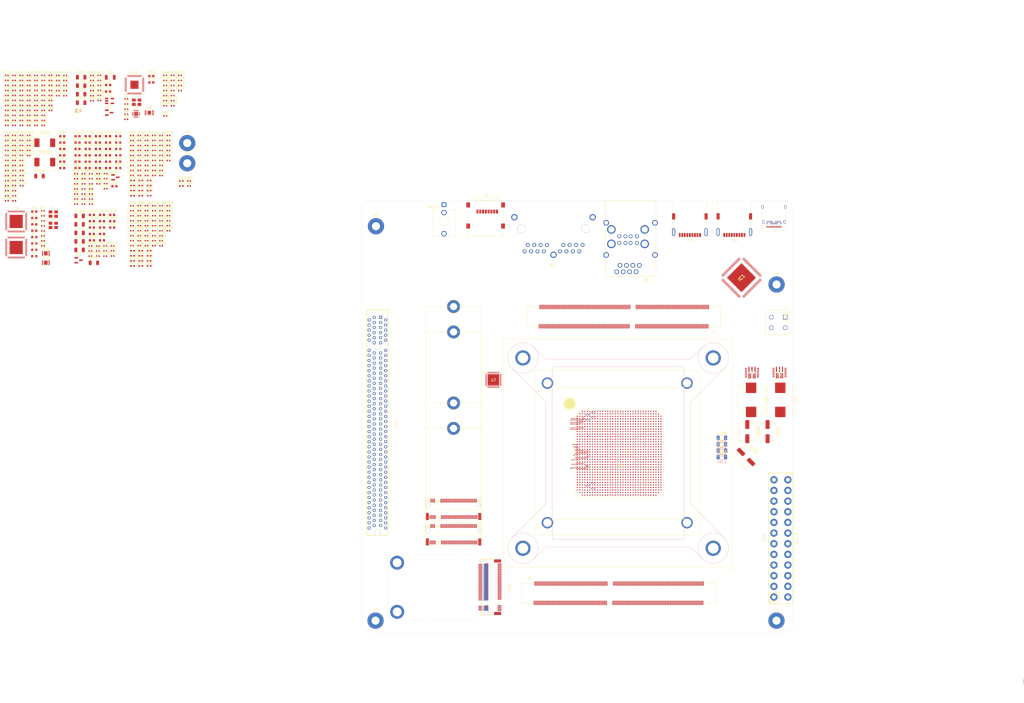
<source format=kicad_pcb>
(kicad_pcb (version 20241229) (generator "pcbnew") (generator_version "9.0")
  (layers (0 "F.Cu" signal) (4 "In1.Cu" signal) (6 "In2.Cu" signal) (8 "In3.Cu" signal) (10 "In4.Cu" signal) (2 "B.Cu" signal) (13 "F.Paste" user) (15 "B.Paste" user) (5 "F.SilkS" user "F.Silkscreen") (7 "B.SilkS" user "B.Silkscreen") (1 "F.Mask" user) (3 "B.Mask" user) (25 "Edge.Cuts" user))
  (net 0 "")
  (net 1 "1.05v")
  (net 2 "GND")
  (net 3 "+5V")
  (net 4 "Net-(U9-XO)")
  (net 5 "Net-(U9-XI)")
  (net 6 "FT_PEU1_X1_C_RXP0")
  (net 7 "FT_PEU1_X1_RXP0")
  (net 8 "FT_PEU1_X1_RXN0")
  (net 9 "Net-(U12-XO)")
  (net 10 "Net-(U12-XI)")
  (net 11 "Net-(U13-XIN)")
  (net 12 "Net-(C14-Pad2)")
  (net 13 "Net-(U9-TESTEN)")
  (net 14 "FT_PEU1_X1_C_RXN0")
  (net 15 "Net-(U12-TESTEN)")
  (net 16 "+3V3")
  (net 17 "Net-(U12-~{USBHPE1})")
  (net 18 "Net-(U13-QSPI_SS)")
  (net 19 "+3.3V")
  (net 20 "Net-(U13-USB_DP)")
  (net 21 "Net-(U13-USB_DM)")
  (net 22 "Net-(U13-XOUT)")
  (net 23 "F_SCL")
  (net 24 "Net-(U4-VCONN-Pad12)")
  (net 25 "Net-(U4-VBUS)")
  (net 26 "CC1")
  (net 27 "F_INT")
  (net 28 "F_SDA")
  (net 29 "CC2")
  (net 30 "Net-(U13-QSPI_SD0)")
  (net 31 "Net-(U13-QSPI_SD3)")
  (net 32 "Net-(U13-QSPI_SD1)")
  (net 33 "Net-(U13-QSPI_SD2)")
  (net 34 "Net-(U13-QSPI_SCLK)")
  (net 54 "+1V0")
  (net 69 "EXT_P2_SSTX+")
  (net 70 "EXT_P2_SSRX+")
  (net 71 "EXT_P3_SSRX+")
  (net 72 "EXT_P2_D-")
  (net 73 "VBUS")
  (net 74 "SBU1")
  (net 75 "EXT_P2_SSTX-")
  (net 76 "EXT_P2_D+")
  (net 77 "EXT_P3_SSRX-")
  (net 78 "SBU2")
  (net 79 "EXT_P2_SSRX-")
  (net 80 "EXT_P3_SSTX+")
  (net 81 "EXT_P3_SSTX-")
  (net 82 "EXT_P0_SSTX+")
  (net 83 "EXT_P0_D+")
  (net 84 "EXT_P0_SSTX-")
  (net 85 "EXT_P0_SSRX-")
  (net 86 "EXT_P0_SSRX+")
  (net 87 "EXT_P0_D-")
  (net 112 "INT_P2_D-")
  (net 114 "Net-(U9-~{USBHPE1})")
  (net 115 "EXT_P1_SSRX-")
  (net 116 "PE_nRST")
  (net 117 "INT_P1_SSRX-")
  (net 120 "EXT_P1_D-")
  (net 121 "PE_CLK_nREQ")
  (net 122 "INT_P2_SSRX-")
  (net 123 "EXT_P1_SSTX+")
  (net 125 "INT_P1_D+")
  (net 127 "EXT_P1_D+")
  (net 128 "INT_P1_SSTX+")
  (net 131 "INT_P2_SSRX+")
  (net 133 "INT_P2_SSTX-")
  (net 134 "INT_P1_SSTX-")
  (net 135 "INT_P2_D+")
  (net 136 "EXT_P1_SSRX+")
  (net 139 "INT_P2_SSTX+")
  (net 142 "EXT_P1_SSTX-")
  (net 143 "INT_P1_D-")
  (net 144 "INT_P1_SSRX+")
  (net 153 "VL805_1_PE_CLK_P")
  (net 158 "VL805_1_PE_CLK_N")
  (net 174 "VREF_CA0")
  (net 175 "FT_MEM0_DQS_T_13")
  (net 176 "FT_MEM0_DQS_T_12")
  (net 177 "FT_MEM0_DQS_T_11")
  (net 178 "FT_MEM0_DQS_T_10")
  (net 179 "FT_MEM0_DQS_T_1")
  (net 180 "FT_MEM0_DQS_T_0")
  (net 181 "FT_MEM0_DQS_C_9")
  (net 182 "FT_MEM0_DQS_C_8")
  (net 183 "FT_MEM0_DQS_C_7")
  (net 184 "FT_MEM0_DQS_C_6")
  (net 185 "FT_MEM0_DQS_C_5")
  (net 186 "FT_MEM0_DQS_C_4")
  (net 187 "FT_MEM0_DQS_C_3")
  (net 188 "FT_MEM0_DQS_C_2")
  (net 189 "FT_MEM0_DQS_C_17")
  (net 190 "FT_MEM0_DQS_C_16")
  (net 191 "FT_MEM0_DQS_C_15")
  (net 192 "FT_MEM1_RST_N")
  (net 193 "FT_MEM1_PAR")
  (net 194 "FT_MEM1_ODT1")
  (net 195 "FT_MEM1_ODT0")
  (net 196 "FT_MEM1_DQS_T_9")
  (net 197 "FT_MEM0_DQ56")
  (net 198 "FT_PEU0_X1_RXP0")
  (net 199 "FT_PEU0_X1_RXN0")
  (net 200 "FT_MEM1_DQS_T_8")
  (net 201 "FT_MEM1_DQS_T_7")
  (net 202 "FT_MEM1_DQS_T_6")
  (net 203 "FT_MEM1_DQS_T_5")
  (net 204 "FT_MEM1_DQS_T_4")
  (net 205 "FT_MEM1_DQS_T_3")
  (net 206 "FT_MEM1_DQS_T_2")
  (net 207 "FT_MEM1_DQS_T_17")
  (net 208 "FT_MEM1_DQS_T_16")
  (net 209 "FT_MEM1_DQS_T_15")
  (net 210 "FT_MEM1_DQS_T_14")
  (net 211 "FT_MEM1_DQS_T_13")
  (net 212 "FT_MEM1_DQS_T_12")
  (net 213 "FT_MEM1_DQS_T_11")
  (net 214 "FT_MEM1_DQS_T_10")
  (net 215 "FT_MEM1_DQS_T_1")
  (net 216 "FT_MEM1_DQS_T_0")
  (net 217 "FT_MEM1_DQS_C_8")
  (net 218 "FT_MEM1_DQS_C_7")
  (net 219 "FT_MEM1_DQS_C_6")
  (net 220 "FT_MEM1_DQS_C_5")
  (net 221 "FT_MEM1_DQS_C_4")
  (net 222 "FT_MEM1_DQS_C_3")
  (net 223 "FT_MEM1_DQS_C_2")
  (net 224 "FT_MEM1_DQS_C_1")
  (net 225 "FT_MEM1_DQS_C_0")
  (net 226 "FT_MEM1_DQ9")
  (net 227 "FT_MEM1_DQ8")
  (net 228 "FT_MEM1_DQ71")
  (net 229 "FT_MEM1_DQ70")
  (net 230 "FT_MEM1_DQ7")
  (net 231 "FT_MEM1_DQ69")
  (net 232 "FT_MEM1_DQ68")
  (net 233 "FT_MEM1_DQ67")
  (net 234 "FT_MEM1_DQ66")
  (net 235 "FT_MEM1_DQ65")
  (net 236 "FT_MEM1_DQ64")
  (net 237 "FT_MEM1_DQ63")
  (net 238 "FT_MEM1_DQ62")
  (net 239 "FT_MEM1_DQ61")
  (net 240 "FT_MEM1_DQ60")
  (net 241 "FT_MEM1_DQ6")
  (net 242 "FT_MEM1_DQ59")
  (net 243 "FT_MEM1_DQ58")
  (net 244 "FT_MEM1_DQ57")
  (net 245 "FT_MEM1_DQ56")
  (net 246 "FT_MEM1_DQ55")
  (net 247 "FT_MEM1_DQ54")
  (net 248 "FT_MEM1_DQ53")
  (net 249 "FT_MEM1_DQ52")
  (net 250 "FT_MEM1_DQ51")
  (net 251 "FT_MEM1_DQ50")
  (net 252 "FT_MEM1_DQ5")
  (net 253 "FT_MEM1_DQ49")
  (net 254 "FT_MEM1_DQ48")
  (net 255 "FT_MEM1_DQ47")
  (net 256 "FT_MEM1_DQ46")
  (net 257 "FT_MEM1_DQ45")
  (net 258 "FT_MEM1_DQ44")
  (net 259 "FT_MEM1_DQ43")
  (net 260 "FT_MEM1_DQ42")
  (net 261 "FT_MEM1_DQ41")
  (net 262 "FT_MEM1_DQ40")
  (net 263 "FT_MEM1_DQ4")
  (net 264 "FT_MEM1_DQ39")
  (net 265 "FT_MEM1_DQ38")
  (net 266 "FT_MEM1_DQ37")
  (net 267 "FT_MEM1_DQ36")
  (net 268 "FT_MEM1_DQ35")
  (net 269 "FT_MEM1_DQ34")
  (net 270 "FT_MEM1_DQ33")
  (net 271 "FT_MEM1_DQ32")
  (net 272 "FT_MEM1_DQ31")
  (net 273 "FT_MEM1_DQ30")
  (net 274 "FT_MEM1_DQ3")
  (net 275 "FT_MEM1_DQ29")
  (net 276 "FT_MEM1_DQ28")
  (net 277 "FT_MEM1_DQ27")
  (net 278 "FT_MEM1_DQ26")
  (net 279 "FT_MEM1_DQ25")
  (net 280 "FT_MEM1_DQ24")
  (net 281 "FT_MEM1_DQ23")
  (net 282 "FT_MEM1_DQ22")
  (net 283 "FT_MEM1_DQ21")
  (net 284 "FT_MEM1_DQ20")
  (net 285 "FT_MEM1_DQ2")
  (net 286 "FT_MEM1_DQ19")
  (net 287 "FT_MEM1_DQ18")
  (net 288 "FT_MEM1_DQ17")
  (net 289 "FT_MEM1_DQ16")
  (net 290 "FT_MEM1_DQ15")
  (net 291 "FT_MEM1_DQ14")
  (net 292 "FT_MEM1_DQ13")
  (net 293 "FT_MEM1_DQ12")
  (net 294 "FT_MEM1_DQ11")
  (net 295 "FT_MEM1_DQ10")
  (net 296 "FT_MEM1_DQ1")
  (net 297 "FT_MEM1_DQ0")
  (net 298 "FT_MEM1_CS_N1")
  (net 299 "FT_MEM1_CS_N0")
  (net 300 "FT_MEM1_CLK1_T")
  (net 301 "FT_MEM1_CLK1_C")
  (net 302 "FT_MEM1_CLK0_T")
  (net 303 "FT_MEM1_CLK0_C")
  (net 304 "FT_MEM1_CKE1")
  (net 305 "FT_MEM1_CKE0")
  (net 306 "FT_MEM1_C1")
  (net 307 "FT_MEM1_C0")
  (net 308 "FT_MEM1_BG1")
  (net 309 "FT_MEM1_BG0")
  (net 310 "FT_MEM1_BA1")
  (net 311 "FT_MEM1_BA0")
  (net 312 "FT_MEM1_ALERT_N")
  (net 313 "FT_MEM1_ACT_N")
  (net 314 "FT_MEM1_A9")
  (net 315 "FT_MEM1_A8")
  (net 316 "FT_MEM1_A7")
  (net 317 "FT_MEM1_A6")
  (net 318 "FT_MEM1_A5")
  (net 319 "FT_MEM1_A4")
  (net 320 "FT_MEM1_A3")
  (net 321 "FT_MEM1_A2")
  (net 322 "FT_MEM1_A16")
  (net 323 "FT_MEM1_A15")
  (net 324 "FT_MEM1_A14")
  (net 325 "FT_MEM1_A13")
  (net 326 "FT_MEM1_A12")
  (net 327 "FT_MEM1_A11")
  (net 328 "FT_MEM1_A10")
  (net 329 "FT_MEM1_A1")
  (net 330 "FT_MEM1_A0")
  (net 331 "FT_MEM0_RST_N")
  (net 332 "FT_MEM0_PAR")
  (net 333 "FT_MEM0_ODT1")
  (net 334 "FT_MEM0_ODT0")
  (net 335 "FT_MEM0_DQS_T_9")
  (net 336 "FT_MEM0_DQS_T_8")
  (net 337 "FT_MEM0_DQS_T_7")
  (net 338 "FT_MEM0_DQS_T_6")
  (net 339 "FT_MEM0_DQS_T_5")
  (net 340 "FT_MEM0_DQS_T_4")
  (net 341 "FT_MEM0_DQS_T_3")
  (net 342 "FT_MEM0_DQS_T_2")
  (net 343 "FT_MEM0_DQS_T_17")
  (net 344 "FT_MEM0_DQS_T_16")
  (net 345 "FT_MEM0_DQS_T_15")
  (net 346 "FT_MEM0_DQS_T_14")
  (net 347 "FT_MEM0_DQS_C_14")
  (net 348 "FT_MEM0_DQS_C_13")
  (net 349 "FT_MEM0_DQS_C_12")
  (net 350 "FT_MEM0_DQS_C_11")
  (net 351 "FT_MEM0_DQS_C_10")
  (net 352 "FT_MEM0_DQS_C_1")
  (net 353 "FT_MEM0_DQS_C_0")
  (net 354 "FT_MEM0_DQ9")
  (net 355 "FT_MEM0_DQ8")
  (net 356 "FT_MEM0_DQ71")
  (net 357 "FT_MEM0_DQ70")
  (net 358 "FT_MEM0_DQ7")
  (net 359 "FT_MEM0_DQ69")
  (net 360 "FT_MEM0_DQ68")
  (net 361 "FT_MEM0_DQ67")
  (net 362 "FT_MEM0_DQ66")
  (net 363 "FT_MEM0_DQ65")
  (net 364 "FT_MEM0_DQ64")
  (net 365 "FT_MEM0_DQ63")
  (net 366 "FT_MEM0_DQ62")
  (net 367 "FT_MEM0_DQ61")
  (net 368 "FT_MEM0_DQ60")
  (net 369 "FT_MEM0_DQ6")
  (net 370 "FT_MEM0_DQ59")
  (net 371 "FT_MEM0_DQ58")
  (net 372 "FT_MEM0_DQ57")
  (net 373 "FT_MEM0_DQ55")
  (net 374 "FT_MEM0_DQ54")
  (net 375 "FT_MEM0_DQ53")
  (net 376 "FT_MEM0_DQ52")
  (net 377 "FT_MEM0_DQ51")
  (net 378 "FT_MEM0_DQ50")
  (net 379 "FT_MEM0_DQ5")
  (net 380 "FT_MEM0_DQ49")
  (net 381 "FT_MEM0_DQ48")
  (net 382 "FT_MEM0_DQ47")
  (net 383 "FT_MEM0_DQ46")
  (net 384 "FT_MEM0_DQ45")
  (net 385 "FT_MEM0_DQ44")
  (net 386 "FT_MEM0_DQ43")
  (net 387 "FT_MEM0_DQ42")
  (net 388 "FT_MEM0_DQ41")
  (net 389 "FT_MEM0_DQ40")
  (net 390 "FT_MEM0_DQ4")
  (net 391 "FT_MEM0_DQ39")
  (net 392 "FT_MEM0_DQ38")
  (net 393 "FT_MEM0_DQ37")
  (net 394 "FT_MEM0_DQ36")
  (net 395 "FT_MEM0_DQ35")
  (net 396 "FT_MEM0_DQ34")
  (net 397 "FT_MEM0_DQ33")
  (net 398 "FT_MEM0_DQ32")
  (net 399 "FT_MEM0_DQ31")
  (net 400 "FT_MEM0_DQ30")
  (net 401 "FT_MEM0_DQ3")
  (net 402 "FT_MEM0_DQ29")
  (net 403 "FT_MEM0_DQ28")
  (net 404 "FT_MEM0_DQ27")
  (net 405 "FT_MEM0_DQ26")
  (net 406 "FT_MEM0_DQ25")
  (net 407 "FT_MEM0_DQ24")
  (net 408 "FT_MEM0_DQ23")
  (net 409 "FT_MEM0_DQ22")
  (net 410 "FT_MEM0_DQ21")
  (net 411 "FT_MEM0_DQ20")
  (net 412 "FT_MEM0_DQ2")
  (net 413 "FT_MEM0_DQ19")
  (net 414 "FT_MEM0_DQ18")
  (net 415 "FT_MEM0_DQ17")
  (net 416 "FT_MEM0_DQ16")
  (net 417 "FT_MEM0_DQ15")
  (net 418 "FT_MEM0_DQ14")
  (net 419 "FT_MEM0_DQ13")
  (net 420 "FT_MEM0_DQ12")
  (net 421 "FT_MEM0_DQ11")
  (net 422 "FT_MEM0_DQ10")
  (net 423 "FT_MEM0_DQ1")
  (net 424 "FT_MEM0_DQ0")
  (net 425 "FT_MEM0_CS_N1")
  (net 426 "FT_MEM0_CS_N0")
  (net 427 "FT_MEM0_CLK1_T")
  (net 428 "FT_MEM0_CLK1_C")
  (net 429 "FT_MEM0_CLK0_T")
  (net 430 "FT_MEM0_CLK0_C")
  (net 431 "FT_MEM0_CKE1")
  (net 432 "FT_MEM0_CKE0")
  (net 433 "FT_MEM0_C2")
  (net 434 "FT_MEM0_C1")
  (net 435 "FT_MEM0_C0")
  (net 436 "FT_MEM0_BG1")
  (net 437 "FT_MEM0_BG0")
  (net 438 "FT_MEM0_BA1")
  (net 439 "FT_MEM0_BA0")
  (net 440 "FT_MEM0_ALERT_N")
  (net 441 "FT_MEM0_ACT_N")
  (net 442 "FT_MEM0_A9")
  (net 443 "FT_MEM0_A8")
  (net 444 "FT_MEM0_A7")
  (net 445 "FT_MEM0_A6")
  (net 446 "FT_MEM0_A5")
  (net 447 "FT_MEM0_A4")
  (net 448 "FT_MEM0_A3")
  (net 449 "FT_MEM0_A2")
  (net 450 "FT_MEM0_A17")
  (net 451 "FT_MEM0_A16")
  (net 452 "FT_MEM0_A15")
  (net 453 "FT_MEM0_A14")
  (net 454 "FT_MEM0_A13")
  (net 455 "FT_MEM0_A12")
  (net 456 "FT_MEM0_A11")
  (net 457 "FT_MEM0_A10")
  (net 458 "FT_MEM0_A1")
  (net 459 "FT_MEM0_A0")
  (net 460 "FT_PEU0_TXP0")
  (net 461 "/D2000_PCIe/FT_PEU0_C_TXP0")
  (net 462 "/D2000_PCIe/FT_PEU0_C_TXP1")
  (net 463 "FT_PEU0_TXP1")
  (net 464 "FT_PEU0_TXP2")
  (net 465 "/D2000_PCIe/FT_PEU0_C_TXP2")
  (net 466 "/D2000_PCIe/FT_PEU0_C_TXP3")
  (net 467 "FT_PEU0_TXP3")
  (net 468 "/D2000_PCIe/FT_PEU0_C_TXP4")
  (net 469 "FT_PEU0_TXP4")
  (net 470 "/D2000_PCIe/FT_PEU0_C_TXP5")
  (net 471 "FT_PEU0_TXP5")
  (net 472 "/D2000_PCIe/FT_PEU0_C_TXP6")
  (net 473 "FT_PEU0_TXP6")
  (net 474 "/D2000_PCIe/FT_PEU0_C_TXP7")
  (net 475 "FT_PEU0_TXP7")
  (net 476 "/D2000_PCIe/FT_PEU0_C_TXP8")
  (net 477 "FT_PEU0_TXP8")
  (net 478 "/D2000_PCIe/FT_PEU0_C_TXP9")
  (net 479 "FT_PEU0_TXP9")
  (net 480 "FT_PEU0_TXP10")
  (net 481 "/D2000_PCIe/FT_PEU0_C_TXP10")
  (net 482 "/D2000_PCIe/FT_PEU0_C_TXP11")
  (net 483 "FT_PEU0_TXP11")
  (net 484 "FT_PEU0_TXN0")
  (net 485 "/D2000_PCIe/FT_PEU0_C_TXN0")
  (net 486 "/D2000_PCIe/FT_PEU0_C_TXN1")
  (net 487 "FT_PEU0_TXN1")
  (net 488 "FT_PEU0_TXN2")
  (net 489 "/D2000_PCIe/FT_PEU0_C_TXN2")
  (net 490 "/D2000_PCIe/FT_PEU0_C_TXN3")
  (net 491 "FT_PEU0_TXN3")
  (net 492 "FT_PEU0_TXN4")
  (net 493 "/D2000_PCIe/FT_PEU0_C_TXN4")
  (net 494 "FT_PEU0_TXN5")
  (net 495 "/D2000_PCIe/FT_PEU0_C_TXN5")
  (net 496 "/D2000_PCIe/FT_PEU0_C_TXN6")
  (net 497 "FT_PEU0_TXN6")
  (net 498 "/D2000_PCIe/FT_PEU0_C_TXN7")
  (net 499 "FT_PEU0_TXN7")
  (net 500 "FT_PEU0_TXN8")
  (net 501 "/D2000_PCIe/FT_PEU0_C_TXN8")
  (net 502 "FT_PEU0_TXN9")
  (net 503 "/D2000_PCIe/FT_PEU0_C_TXN9")
  (net 504 "/D2000_PCIe/FT_PEU0_C_TXN10")
  (net 505 "FT_PEU0_TXN10")
  (net 506 "FT_PEU0_TXN11")
  (net 507 "/D2000_PCIe/FT_PEU0_C_TXN11")
  (net 508 "/D2000_PCIe/FT_PEU0_X1_C_TXP0")
  (net 509 "FT_PEU0_X1_TXP0")
  (net 510 "/D2000_PCIe/FT_PEU0_X1_C_TXN0")
  (net 511 "FT_PEU0_X1_TXN0")
  (net 512 "/D2000_PCIe/FT_PEU1_C_TXP0")
  (net 513 "FT_PEU1_TXP0")
  (net 514 "/D2000_PCIe/FT_PEU1_C_TXP1")
  (net 515 "FT_PEU1_TXP1")
  (net 516 "FT_PEU1_TXP2")
  (net 517 "/D2000_PCIe/FT_PEU1_C_TXP2")
  (net 518 "FT_PEU1_TXP3")
  (net 519 "/D2000_PCIe/FT_PEU1_C_TXP3")
  (net 520 "FT_PEU1_TXP4")
  (net 521 "/D2000_PCIe/FT_PEU1_C_TXP4")
  (net 522 "FT_PEU1_TXP5")
  (net 523 "/D2000_PCIe/FT_PEU1_C_TXP5")
  (net 524 "/D2000_PCIe/FT_PEU1_C_TXP6")
  (net 525 "FT_PEU1_TXP6")
  (net 526 "/D2000_PCIe/FT_PEU1_C_TXP7")
  (net 527 "FT_PEU1_TXP7")
  (net 528 "/D2000_PCIe/FT_PEU1_C_TXP8")
  (net 529 "FT_PEU1_TXP8")
  (net 530 "FT_PEU1_TXP9")
  (net 531 "/D2000_PCIe/FT_PEU1_C_TXP9")
  (net 532 "FT_PEU1_TXP10")
  (net 533 "/D2000_PCIe/FT_PEU1_C_TXP10")
  (net 534 "/D2000_PCIe/FT_PEU1_C_TXP11")
  (net 535 "FT_PEU1_TXP11")
  (net 536 "FT_PEU1_TXP12")
  (net 537 "/D2000_PCIe/FT_PEU1_C_TXP12")
  (net 538 "/D2000_PCIe/FT_PEU1_C_TXP13")
  (net 539 "FT_PEU1_TXP13")
  (net 540 "FT_PEU1_TXP14")
  (net 541 "/D2000_PCIe/FT_PEU1_C_TXP14")
  (net 542 "FT_PEU1_TXP15")
  (net 543 "/D2000_PCIe/FT_PEU1_C_TXP15")
  (net 544 "FT_PEU1_TXN0")
  (net 545 "/D2000_PCIe/FT_PEU1_C_TXN0")
  (net 546 "/D2000_PCIe/FT_PEU1_C_TXN1")
  (net 547 "FT_PEU1_TXN1")
  (net 548 "/D2000_PCIe/FT_PEU1_C_TXN2")
  (net 549 "FT_PEU1_TXN2")
  (net 550 "FT_PEU1_TXN3")
  (net 551 "/D2000_PCIe/FT_PEU1_C_TXN3")
  (net 552 "/D2000_PCIe/FT_PEU1_C_TXN4")
  (net 553 "FT_PEU1_TXN4")
  (net 554 "FT_PEU1_TXN5")
  (net 555 "/D2000_PCIe/FT_PEU1_C_TXN5")
  (net 556 "/D2000_PCIe/FT_PEU1_C_TXN6")
  (net 557 "FT_PEU1_TXN6")
  (net 558 "FT_PEU1_TXN7")
  (net 559 "/D2000_PCIe/FT_PEU1_C_TXN7")
  (net 560 "FT_PEU1_TXN8")
  (net 561 "/D2000_PCIe/FT_PEU1_C_TXN8")
  (net 562 "FT_PEU1_TXN9")
  (net 563 "/D2000_PCIe/FT_PEU1_C_TXN9")
  (net 564 "/D2000_PCIe/FT_PEU1_C_TXN10")
  (net 565 "FT_PEU1_TXN10")
  (net 566 "FT_PEU1_TXN11")
  (net 567 "/D2000_PCIe/FT_PEU1_C_TXN11")
  (net 568 "/D2000_PCIe/FT_PEU1_C_TXN12")
  (net 569 "FT_PEU1_TXN12")
  (net 570 "FT_PEU1_TXN13")
  (net 571 "/D2000_PCIe/FT_PEU1_C_TXN13")
  (net 572 "/D2000_PCIe/FT_PEU1_C_TXN14")
  (net 573 "FT_PEU1_TXN14")
  (net 574 "FT_PEU1_TXN15")
  (net 575 "/D2000_PCIe/FT_PEU1_C_TXN15")
  (net 576 "FT_PEU1_X1_TXP0")
  (net 577 "/D2000_PCIe/FT_PEU1_X1_C_TXP0")
  (net 578 "FT_PEU1_X1_TXN0")
  (net 579 "/D2000_PCIe/FT_PEU1_X1_C_TXN0")
  (net 580 "FT_PEU0_X1_X16_CLKP")
  (net 581 "/D2000_PCIe/FT_PEU0_X1_X16_C_CLKP")
  (net 582 "/D2000_PCIe/FT_PEU0_X1_X16_C_CLKN")
  (net 583 "FT_PEU0_X1_X16_CLKN")
  (net 584 "/D2000_PCIe/FT_PEU1_X16_C_CLKP")
  (net 585 "FT_PEU1_X16_CLKP")
  (net 586 "/D2000_PCIe/FT_PEU1_X16_C_CLKN")
  (net 587 "FT_PEU1_X16_CLKN")
  (net 588 "/D2000_PCIe/FT_PEU1_X1_C_CLKP")
  (net 589 "FT_PEU1_X1_CLKP")
  (net 590 "FT_PEU1_X1_CLKN")
  (net 591 "/D2000_PCIe/FT_PEU1_X1_C_CLKN")
  (net 592 "VDD_IO")
  (net 593 "/D2000_PCIe/PEU0_X1_REXT")
  (net 594 "/D2000_PCIe/PEU0_X16_REXT")
  (net 595 "/D2000_PCIe/PEU1_X1_REXT")
  (net 596 "/D2000_PCIe/PEU1_X16_REXT")
  (net 597 "FT_PEU0_X1_C_RXP0")
  (net 598 "FT_PEU0_X1_C_RXN0")
  (net 599 "PCIE_3V3")
  (net 600 "FT_PEU0_TXP12")
  (net 601 "/D2000_PCIe/FT_PEU0_C_TXP12")
  (net 602 "FT_PEU0_TXP13")
  (net 603 "/D2000_PCIe/FT_PEU0_C_TXP13")
  (net 604 "/D2000_PCIe/FT_PEU0_C_TXP14")
  (net 605 "FT_PEU0_TXP14")
  (net 606 "/D2000_PCIe/FT_PEU0_C_TXP15")
  (net 607 "FT_PEU0_TXP15")
  (net 608 "FT_PEU0_TXN12")
  (net 609 "/D2000_PCIe/FT_PEU0_C_TXN12")
  (net 610 "FT_PEU0_TXN13")
  (net 611 "/D2000_PCIe/FT_PEU0_C_TXN13")
  (net 612 "FT_PEU0_TXN14")
  (net 613 "/D2000_PCIe/FT_PEU0_C_TXN14")
  (net 614 "/D2000_PCIe/FT_PEU0_C_TXN15")
  (net 615 "FT_PEU0_TXN15")
  (net 617 "VDDQ")
  (net 619 "VPP")
  (net 621 "VTT")
  (net 622 "MEM0_RESET")
  (net 623 "MCU_I2C_0_SDA")
  (net 624 "FT_MEM0_SA2")
  (net 625 "FT_MEM0_SA1")
  (net 626 "MCU_I2C_0_SCL")
  (net 628 "FT_MEM0_SA0")
  (net 630 "Net-(C91-Pad1)")
  (net 631 "Net-(C92-Pad1)")
  (net 632 "FT_MEM1_SA2")
  (net 633 "FT_MEM1_SA0")
  (net 634 "FT_MEM1_SA1")
  (net 635 "MEM1_RESET")
  (net 636 "MEM_RESET_S3_N")
  (net 637 "Net-(Q7-PadD)")
  (net 638 "P3V3_CPLD")
  (net 639 "Net-(Q8-PadD)")
  (net 640 "Net-(C195-Pad2)")
  (net 641 "PCIE_12V")
  (net 642 "Net-(J11-REFCLKp)")
  (net 643 "Net-(J11-REFCLKn)")
  (net 644 "Net-(J4-REFCLKp)")
  (net 645 "Net-(J4-REFCLKn)")
  (net 646 "Net-(CN1-WAKE#)")
  (net 647 "Net-(CN1-SMDAT)")
  (net 648 "Net-(CN1-SMCLK)")
  (net 649 "PCIE_WAKE#")
  (net 650 "PCIE_RST_N")
  (net 651 "FT_PCIE_SLOT0_RST")
  (net 652 "FT_PCIE_SLOT1_RST")
  (net 653 "FT_PCIE_SLOT2_RST")
  (net 654 "FT_PEU0_VL805_CLK_N")
  (net 655 "FT_PEU0_VL805_CLK_P")
  (net 661 "EXT_P3_D-")
  (net 672 "EXT_P3_D+")
  (net 693 "FT_PEU0_RXN0")
  (net 694 "FT_PEU0_RXP14")
  (net 695 "FT_PEU0_RXN2")
  (net 696 "FT_PEU1_RXP12")
  (net 697 "FT_PEU1_RXP13")
  (net 698 "FT_PEU0_RXN5")
  (net 699 "FT_PEU1_RXN5")
  (net 700 "FT_PEU0_RXP13")
  (net 701 "FT_PEU0_RXP11")
  (net 702 "FT_PEU1_RXN3")
  (net 703 "FT_PEU0_RXP8")
  (net 704 "FT_PEU0_RXN4")
  (net 705 "FT_PEU0_RXN10")
  (net 706 "FT_PEU1_RXN10")
  (net 707 "FT_PEU0_RXN6")
  (net 708 "FT_PEU1_RXN13")
  (net 709 "FT_PEU0_RXP2")
  (net 710 "FT_PEU1_RXP11")
  (net 711 "FT_PEU0_RXP9")
  (net 712 "FT_PEU1_RXP4")
  (net 713 "FT_PEU1_RXN12")
  (net 714 "FT_PEU1_RXP9")
  (net 715 "FT_PEU0_RXP3")
  (net 716 "FT_PEU1_RXN1")
  (net 717 "FT_PEU0_RXN14")
  (net 718 "FT_PEU0_RXN9")
  (net 719 "FT_PEU0_RXN13")
  (net 720 "FT_PEU0_RXP4")
  (net 721 "FT_PEU1_RXN7")
  (net 722 "FT_PEU0_RXN7")
  (net 723 "FT_PEU1_RXP3")
  (net 724 "FT_PEU0_RXP6")
  (net 725 "FT_PEU1_RXN6")
  (net 726 "FT_PEU1_RXN2")
  (net 727 "FT_PEU1_RXN11")
  (net 728 "FT_PEU1_RXP15")
  (net 729 "FT_PEU0_RXP0")
  (net 730 "FT_PEU0_RXN12")
  (net 731 "FT_PEU1_RXP6")
  (net 732 "FT_PEU1_RXP8")
  (net 733 "FT_PEU0_RXN3")
  (net 734 "FT_PEU0_RXN11")
  (net 735 "FT_PEU1_RXP2")
  (net 736 "FT_PEU1_RXN8")
  (net 737 "FT_PEU1_RXN9")
  (net 738 "FT_PEU0_RXP10")
  (net 739 "FT_PEU1_RXP1")
  (net 740 "FT_PEU0_RXN1")
  (net 741 "FT_PEU1_RXP0")
  (net 742 "FT_PEU0_RXP15")
  (net 743 "FT_PEU1_RXN4")
  (net 744 "FT_PEU1_RXN14")
  (net 745 "FT_PEU1_RXP5")
  (net 746 "FT_PEU0_RXP7")
  (net 747 "FT_PEU1_RXP7")
  (net 748 "FT_PEU0_RXP1")
  (net 749 "FT_PEU0_RXN15")
  (net 750 "FT_PEU1_RXP10")
  (net 751 "FT_PEU1_RXN0")
  (net 752 "FT_PEU1_RXP14")
  (net 753 "FT_PEU1_RXN15")
  (net 754 "FT_PEU0_RXN8")
  (net 755 "FT_PEU0_RXP12")
  (net 756 "FT_PEU0_RXP5")
  (net 757 "Net-(U5F-LMU0_BP_ZN)")
  (net 777 "Net-(U5F-LMU1_BP_ZN)")
  (net 778 "FT_MEM1_DQS_C_12")
  (net 779 "FT_MEM1_DQS_C_17")
  (net 780 "FT_MEM1_C2")
  (net 781 "FT_MEM1_DQS_C_15")
  (net 782 "FT_MEM1_DQS_C_11")
  (net 783 "FT_MEM1_DQS_C_9")
  (net 784 "FT_MEM1_DQS_C_13")
  (net 785 "FT_MEM1_A17")
  (net 786 "FT_MEM1_DQS_C_10")
  (net 787 "FT_MEM1_DQS_C_16")
  (net 788 "FT_MEM1_DQS_C_14")
  (net 789 "FT_PCIE_NVME_RST")
  (net 790 "M2_LED0")
  (net 799 "M2_LED1")
  (net 915 "12V")
  (net 916 "3V3")
  (net 917 "5V")
  (net 918 "PS_ON_ATX")
  (net 919 "3V3_ATX")
  (net 920 "5V_ATX")
  (net 921 "Net-(CN2-Pad3)")
  (net 922 "PWRGD_ATX")
  (net 923 "12V_ATX")
  (net 924 "5V_STBY_ATX")
  (net 925 "-12V_ATX")
  (net 926 "EN_ATX")
  (net 927 "3V3_STANDBY")
  (net 952 "12V_CORE")
  (net 953 "Net-(U3-VDRV)")
  (net 954 "Net-(U3-VCC)")
  (net 955 "Net-(U3-SS)")
  (net 956 "Net-(C223-Pad2)")
  (net 957 "Net-(U3-BST)")
  (net 958 "VCORE")
  (net 959 "Net-(C235-Pad2)")
  (net 960 "VC_FB")
  (net 961 "RGND")
  (net 962 "Net-(U15-VDRV)")
  (net 963 "Net-(U15-VCC)")
  (net 964 "Net-(U15-SS)")
  (net 965 "Net-(U15-BST)")
  (net 966 "Net-(C245-Pad2)")
  (net 967 "Net-(D1-A)")
  (net 968 "Net-(D1-K)")
  (net 969 "Net-(Q2-G)")
  (net 970 "Net-(U3-EN)")
  (net 971 "VDD_CORE_EN")
  (net 972 "VDD_CORE_PWRGD")
  (net 973 "Net-(U3-PG)")
  (net 974 "Net-(U3-ILIM)")
  (net 975 "Net-(U3-SET)")
  (net 976 "SET")
  (net 977 "VC_VCC")
  (net 978 "TAKE_M1")
  (net 979 "MODE_M1")
  (net 980 "PMODE_M1")
  (net 981 "RAMP_M1")
  (net 982 "ISUM_M1")
  (net 983 "ISUM_M2")
  (net 984 "Net-(U3-FREQ)")
  (net 985 "TAKE_M2")
  (net 986 "PASS_M1")
  (net 987 "Net-(U15-ILIM)")
  (net 988 "Net-(U15-EN)")
  (net 989 "Net-(U15-PG)")
  (net 990 "PASS_M2")
  (net 991 "3v3")
  (net 992 "Net-(U15-FREQ)")
  (net 994 "/CPLD/BOOT")
  (net 995 "/CPLD/R_D+")
  (net 996 "/CPLD/R_D-")
  (net 997 "Net-(U5B-EFUSE_VQPS)")
  (net 998 "Net-(U5E-PEU1_C2_CLKREQ)")
  (net 999 "Net-(U5E-PEU1_C1_CLKREQ)")
  (net 1000 "Net-(U5E-PEU1_C0_CLKREQ)")
  (net 1001 "Net-(U5E-PEU0_C2_CLKREQ)")
  (net 1002 "Net-(U5E-PEU0_C1_CLKREQ)")
  (net 1003 "Net-(U5E-PEU0_C0_CLKREQ)")
  (net 1004 "PEU_AVDDCLK")
  (net 1005 "PEU_AVDDH")
  (net 1006 "PEU_AVDD")
  (net 1007 "VDDA_1V8_0")
  (net 1008 "VDDA_1V8_1")
  (net 1021 "FT_PCIE_SLOT0_CLKN")
  (net 1027 "FT_PCIE_SLOT0_CLKP")
  (net 1035 "1V8_STANDBY")
  (net 1036 "Net-(D2-A)")
  (net 1037 "Net-(D3-A)")
  (net 1038 "Net-(IC1-SW)")
  (net 1039 "Net-(IC1-FB)")
  (net 1041 "Net-(NB687-VIN)")
  (net 1042 "3V3_S3")
  (net 1043 "Net-(NB687-BST)")
  (net 1044 "Net-(NB687-SW)")
  (net 1045 "Net-(NB687-VTTREF)")
  (net 1046 "Net-(NB687-MODE)")
  (net 1047 "VDDQ_PWRGD")
  (net 1048 "PWR_S5")
  (net 1049 "PWR_S3")
  (net 1050 "Net-(NB687-3V3)")
  (net 1051 "5V_S3")
  (net 1052 "Net-(NB687-FB)")
  (net 1053 "Net-(Q3-G)")
  (net 1054 "Net-(D4-K)")
  (net 1055 "Net-(D4-A)")
  (net 1067 "FT_PWR_CTR1")
  (net 1068 "FT_PEU1_LINKUP0")
  (net 1069 "FT_POR_N")
  (net 1070 "FAN_PWM")
  (net 1071 "FT_SPI0_SCK")
  (net 1072 "RGMII_PWR_EN_N")
  (net 1073 "FAN_CON")
  (net 1074 "FT_CAN_TXD0")
  (net 1075 "P3V3_SD_EN_N")
  (net 1076 "FT_UART_0_CTS_N")
  (net 1077 "GAMC_INT_N")
  (net 1078 "POWER_LED")
  (net 1079 "FT_I2C_1_SDA")
  (net 1080 "P3V3_USB_EN_N")
  (net 1081 "PHY_RSTB")
  (net 1082 "FT_PEU0_LINKUP0")
  (net 1083 "FT_UART_0_TXD")
  (net 1084 "FT_SPI0_SI")
  (net 1085 "FT_I2C_1_SCL")
  (net 1086 "FT_UART_0_RXD")
  (net 1087 "FT_UART_0_DCD_N")
  (net 1088 "FT_SPI0_SO")
  (net 1089 "ATX_EN")
  (net 1090 "FT_UART_0_DSR_N")
  (net 1091 "FT_CAN_RXD0")
  (net 1092 "FT_UART_0_RI_N")
  (net 1093 "FT_PEU0_LINKUP2")
  (net 1094 "FT_PWR_CTR0")
  (net 1095 "VDD_IO_EN")
  (net 1096 "FT_UART_0_DTR_N")
  (net 1097 "FT_UART_0_RTS_N")
  (net 1098 "PCIE_SATA_USB_RST_N")
  (net 1099 "FT_PEU0_LINKUP1")
  (net 1100 "VDD_IO_PWRGD")
  (net 1101 "ATX_PWRGD")
  (net 1102 "S5_CTR")
  (net 1103 "FT_SPI0_CSN0")
  (net 1104 "Net-(U5C-TCK_SWJ)")
  (net 1105 "Net-(U5C-CAN_RXD2{slash}I2C2_SDA{slash}TDO_SWJ)")
  (net 1106 "Net-(U5C-UART_2_RXD{slash}SPI1_CSN0{slash}GPIO0_B5)")
  (net 1107 "Net-(U5C-UART_3_RXD{slash}SPI1_SO{slash}HDA_SDI2)")
  (net 1108 "Net-(U5C-RSVD7_DOWN)")
  (net 1109 "Net-(U5C-RSVD23_DOWN)")
  (net 1110 "FT_HDA_RST")
  (net 1111 "FT_LPC_LFRAME_N")
  (net 1112 "FT_LPC_LAD2")
  (net 1113 "FT_LPC_LDRQ_N")
  (net 1114 "FT_CLK_REF_48M")
  (net 1115 "FT_LPC_RSTN")
  (net 1116 "FT_SD_CLK")
  (net 1117 "FT_CAN_TXD1")
  (net 1118 "FT_QSPI_CSN1")
  (net 1119 "FT_LPC_CLK")
  (net 1120 "FT_CRU_RST_OK")
  (net 1121 "FT_HDA_BCLK")
  (net 1122 "FT_SD_DATA0")
  (net 1123 "FT_QSPI_IO2")
  (net 1124 "FT_SD_DATA1")
  (net 1125 "FT_SD_CMD")
  (net 1126 "FT_LPC_LAD1")
  (net 1127 "FT_HDA_SDO")
  (net 1128 "FT_SD_DETECT")
  (net 1129 "FT_SD_DATA3")
  (net 1130 "FT_I2C_0_SCL")
  (net 1131 "FT_QSPI_IO3")
  (net 1132 "FT_QSPI_CSN0")
  (net 1133 "FT_LPC_LAD3")
  (net 1134 "FT_I2C_0_SDA")
  (net 1135 "FT_LPC_LAD0")
  (net 1136 "FT_HDA_SDI0")
  (net 1137 "FT_QSPI_SCK")
  (net 1138 "FT_CAN_RXD1")
  (net 1139 "FT_QSPI_IO0")
  (net 1140 "FT_HDA_SYNC")
  (net 1141 "FT_QSPI_IO1")
  (net 1142 "FT_LPC_IRQ_N")
  (net 1143 "FT_UART_1_RXD")
  (net 1144 "FT_UART_1_TXD")
  (net 1145 "FT_SD_DATA2")
  (net 1146 "PCIE_NVME1_CLKP")
  (net 1147 "PCIE_NVME1_CLKN")
  (net 1148 "PCIE_NVME0_CLKP")
  (net 1149 "PCIE_NVME0_CLKN")
  (net 1151 "Net-(U2-XIN{slash}CLKIN)")
  (net 1152 "Net-(U2-OE_DIFF1)")
  (net 1153 "3V3_CLK")
  (net 1154 "Net-(U2-OE_DIFF0)")
  (net 1155 "Net-(U2-OE_DIFF2)")
  (net 1156 "Net-(U2-OE_DIFF3)")
  (net 1157 "Net-(U2-OE_DIFF[4:5])")
  (net 1158 "Net-(U2-OE_DIFF[6:8])")
  (net 1159 "Net-(U2-SSON)")
  (net 1160 "Net-(U2-CKPWRGD{slash}PDB)")
  (net 1161 "Net-(U2-SDATA)")
  (net 1162 "Net-(U2-SCLK)")
  (net 1165 "Net-(U2-VSS_DIFF-Pad16)")
  (net 1166 "Net-(U2-VDD_DIFF-Pad1)")
  (net 1167 "PCIE_VL805_1_CLKN")
  (net 1168 "PCIE_VL805_0_CLKP")
  (net 1171 "Net-(U2-GND)")
  (net 1172 "PCIE_VL805_1_CLKP")
  (net 1173 "Net-(U2-XOUT)")
  (net 1175 "PCIE_VL805_0_CLKN")
  (net 1177 "3V3_STBY")
  (net 1178 "RGMII0_TXD0")
  (net 1179 "FT_GMAC0_TXD0")
  (net 1180 "FT_GMAC0_TXD1")
  (net 1181 "RGMII0_TXD1")
  (net 1182 "RGMII0_TXD2")
  (net 1183 "FT_GMAC0_TXD2")
  (net 1184 "RGMII0_TXD3")
  (net 1185 "FT_GMAC0_TXD3")
  (net 1186 "RGMII0_GTX_CLK")
  (net 1187 "FT_GMAC0_GTX_CLK")
  (net 1188 "RGMII0_TX_CTL")
  (net 1189 "FT_GMAC0_TX_CTL")
  (net 1190 "RGMII1_TXD0")
  (net 1191 "FT_GMAC1_TXD0")
  (net 1192 "RGMII1_TXD1")
  (net 1193 "FT_GMAC1_TXD1")
  (net 1194 "RGMII1_TXD2")
  (net 1195 "FT_GMAC1_TXD2")
  (net 1196 "FT_GMAC1_TXD3")
  (net 1197 "RGMII1_TXD3")
  (net 1198 "RGMII1_GTX_CLK")
  (net 1199 "FT_GMAC1_GTX_CLK")
  (net 1200 "RGMII1_TX_CTL")
  (net 1201 "FT_GMAC1_TX_CTL")
  (net 1202 "FT_GMAC0_RX_CLK")
  (net 1203 "FT_GMAC1_RX_CLK")
  (net 1204 "FT_GMAC0_RXD1")
  (net 1205 "FT_GMAC1_RXD2")
  (net 1206 "FT_GMAC1_RXD1")
  (net 1207 "FT_GMAC0_MDIO")
  (net 1208 "FT_GMAC0_MDC")
  (net 1209 "FT_GMAC1_RX_CTL")
  (net 1210 "FT_GMAC1_RXD0")
  (net 1211 "FT_GMAC0_RX_CTL")
  (net 1212 "FT_GMAC1_MDIO")
  (net 1213 "FT_GMAC1_RXD3")
  (net 1214 "FT_GMAC0_RXD3")
  (net 1215 "FT_GMAC1_MDC")
  (net 1216 "FT_GMAC0_RXD0")
  (net 1217 "FT_GMAC0_RXD2")
  (footprint "Capacitor_SMD:C_0402_1005Metric" (layer "F.Cu") (at 72.7775 53.145)
    (property "Reference" "C118")
    (property "Value" "560uF")
  )
  (footprint "Capacitor_SMD:C_0402_1005Metric" (layer "F.Cu") (at 32.0375 21.595)
    (property "Reference" "C72")
    (property "Value" "0.22uF")
  )
  (footprint "Resistor_SMD:R_0402_1005Metric" (layer "F.Cu") (at 20.6175 61.095)
    (property "Reference" "R111")
    (property "Value" "4.7k")
  )
  (footprint "m.2-m1_2199119_5:TE_1-2199119-5" (layer "F.Cu") (at 197.470776 120.247222)
    (property "Reference" "J4" (hide yes))
    (property "Value" "M.2_NVME0" (hide yes))
  )
  (footprint "Capacitor_SMD:C_0603_1608Metric" (layer "F.Cu") (at 53.5775 54.145)
    (property "Reference" "C241")
    (property "Value" "22uF")
  )
  (footprint "Capacitor_SMD:C_0402_1005Metric" (layer "F.Cu") (at 20.5575 25.535)
    (property "Reference" "C30")
    (property "Value" "0.22uF")
  )
  (footprint "Capacitor_SMD:C_1206_3216Metric" (layer "F.Cu") (at 46.9875 21.695)
    (property "Reference" "C212")
    (property "Value" "270uF")
  )
  (footprint "Capacitor_SMD:C_0402_1005Metric" (layer "F.Cu") (at 67.0375 82.805)
    (property "Reference" "C151")
    (property "Value" "0.1uF")
  )
  (footprint "Resistor_SMD:R_0402_1005Metric_Pad0.72x0.64mm_HandSolder" (layer "F.Cu") (at 86.4575 61.225)
    (property "Reference" "R23")
    (property "Value" "240r")
  )
  (footprint "Capacitor_SMD:C_0603_1608Metric" (layer "F.Cu") (at 57.5875 41.595)
    (property "Reference" "C242")
    (property "Value" "0.1uF")
  )
  (footprint "Resistor_SMD:R_0402_1005Metric" (layer "F.Cu") (at 85.9375 21.645)
    (property "Reference" "R129")
    (property "Value" "22R")
  )
  (footprint "Resistor_SMD:R_0402_1005Metric" (layer "F.Cu") (at 40.7075 17.665)
    (property "Reference" "R17")
    (property "Value" "10k")
  )
  (footprint "D2000:D2000_DDR4_BGA1144P100_3500X350" (layer "F.Cu") (at 261.000005 165.500001 -90)
    (property "Reference" "U5")
    (property "Value" "~")
  )
  (footprint "Capacitor_SMD:C_0402_1005Metric" (layer "F.Cu") (at 67.0375 70.985)
    (property "Reference" "C145")
    (property "Value" "560uF")
  )
  (footprint "Capacitor_SMD:C_0402_1005Metric" (layer "F.Cu") (at 75.6475 47.235)
    (property "Reference" "C124")
    (property "Value" "22uF")
  )
  (footprint "Capacitor_SMD:C_0402_1005Metric" (layer "F.Cu") (at 75.6475 57.085)
    (property "Reference" "C129")
    (property "Value" "22uF")
  )
  (footprint "Capacitor_SMD:C_0402_1005Metric" (layer "F.Cu") (at 32.0375 17.655)
    (property "Reference" "C70")
    (property "Value" "0.22uF")
  )
  (footprint "Capacitor_SMD:C_0402_1005Metric" (layer "F.Cu") (at 75.6475 49.205)
    (property "Reference" "C125")
    (property "Value" "22uF")
  )
  (footprint "Resistor_SMD:R_0402_1005Metric" (layer "F.Cu") (at 45.0075 68.335)
    (property "Reference" "R67")
    (property "Value" "10k")
  )
  (footprint "Resistor_SMD:R_0402_1005Metric" (layer "F.Cu") (at 45.0075 62.365)
    (property "Reference" "R62")
    (property "Value" "0r (NC)")
  )
  (footprint "Capacitor_SMD:C_0402_1005Metric" (layer "F.Cu") (at 78.5175 84.775)
    (property "Reference" "C188")
    (property "Value" "22uF")
  )
  (footprint "Capacitor_SMD:C_0402_1005Metric" (layer "F.Cu") (at 67.0375 80.835)
    (property "Reference" "C150")
    (property "Value" "0.1uF")
  )
  (footprint "Crystal:Crystal_SMD_3225-4Pin_3.2x2.5mm" (layer "F.Cu") (at 68.8775 28.205)
    (property "Reference" "Y3")
    (property "Value" "12MHz")
  )
  (footprint "Capacitor_SMD:C_0402_1005Metric" (layer "F.Cu") (at 32.0375 37.355)
    (property "Reference" "C80")
    (property "Value" "0.1uF")
  )
  (footprint "Resistor_SMD:R_0402_1005Metric" (layer "F.Cu") (at 64.7975 34.935)
    (property "Reference" "R9")
    (property "Value" "1K")
  )
  (footprint "Capacitor_SMD:C_0402_1005Metric" (layer "F.Cu") (at 78.5175 82.805)
    (property "Reference" "C187")
    (property "Value" "4.7uF")
  )
  (footprint "Capacitor_SMD:C_0402_1005Metric" (layer "F.Cu") (at 56.6275 58.355)
    (property "Reference" "C216")
    (property "Value" "100pF")
  )
  (footprint "Resistor_SMD:R_0603_1608Metric" (layer "F.Cu") (at 28.5275 83.865)
    (property "Reference" "R2")
    (property "Value" "15k")
  )
  (footprint "Capacitor_SMD:C_0402_1005Metric" (layer "F.Cu") (at 69.9075 49.205)
    (property "Reference" "C107")
    (property "Value" "0.1uF")
  )
  (footprint "Capacitor_SMD:C_0402_1005Metric" (layer "F.Cu") (at 17.6875 41.325)
    (property "Reference" "C93")
    (property "Value" "0.1uF")
  )
  (footprint "Capacitor_SMD:C_0603_1608Metric" (layer "F.Cu") (at 49.5675 46.615)
    (property "Reference" "C229")
    (property "Value" "10uF")
  )
  (footprint "Capacitor_SMD:C_0402_1005Metric" (layer "F.Cu") (at 54.1575 17.655)
    (property "Reference" "C251")
    (property "Value" "22uF")
  )
  (footprint "Capacitor_SMD:C_0603_1608Metric" (layer "F.Cu") (at 39.5475 46.615)
    (property "Reference" "C201")
    (property "Value" "0.1uF")
  )
  (footprint "Connector_Audio:Jack_3.5mm_QingPu_WQP-PJ398SM_Vertical_CircularHoles" (layer "F.Cu") (at 190.000005 68.6)
    (property "Reference" "REF**")
    (property "Value" "Jack_3.5mm_QingPu_WQP-PJ398SM_Vertical_CircularHoles")
  )
  (footprint "Resistor_SMD:R_0402_1005Metric" (layer "F.Cu") (at 53.7375 58.385)
    (property "Reference" "R87")
    (property "Value" "10k")
  )
  (footprint "Capacitor_SMD:C_0402_1005Metric" (layer "F.Cu") (at 23.4275 23.565)
    (property "Reference" "C40")
    (property "Value" "0.22uF")
  )
  (footprint "Inductor_SMD:L_APV_APH1050" (layer "F.Cu") (at 322.500005 145.5 -90)
    (property "Reference" "L2")
    (property "Value" "0.22uH")
  )
  (footprint "Package_SON:SON-8-1EP_3x2mm_P0.5mm_EP1.4x1.6mm" (layer "F.Cu") (at 33.0825 87.75)
    (property "Reference" "U10")
    (property "Value" "TPS784105QWDRBRQ1")
  )
  (footprint "Capacitor_SMD:C_0603_1608Metric" (layer "F.Cu") (at 51.2075 82.625)
    (property "Reference" "C268")
    (property "Value" "22uF")
  )
  (footprint "Capacitor_SMD:C_0402_1005Metric" (layer "F.Cu") (at 81.3875 51.175)
    (property "Reference" "C144")
    (property "Value" "4.7uF")
  )
  (footprint "Capacitor_SMD:C_0402_1005Metric" (layer "F.Cu") (at 81.3875 78.865)
    (property "Reference" "C194")
    (property "Value" "0.1uF")
  )
  (footprint "Capacitor_SMD:C_0402_1005Metric" (layer "F.Cu") (at 69.9075 70.985)
    (property "Reference" "C154")
    (property "Value" "0.1uF")
  )
  (footprint "Capacitor_SMD:C_0603_1608Metric" (layer "F.Cu") (at 53.5775 49.125)
    (property "Reference" "C239")
    (property "Value" "4.7uF")
  )
  (footprint "Resistor_SMD:R_0402_1005Metric" (layer "F.Cu") (at 83.0275 21.645)
    (property "Reference" "R122")
    (property "Value" "22R")
  )
  (footprint "Resistor_SMD:R_0402_1005Metric" (layer "F.Cu") (at 50.8275 66.345)
    (property "Reference" "R82")
    (property "Value" "0r")
  )
  (footprint "Capacitor_SMD:CP_Elec_6.3x5.9" (layer "F.Cu") (at 309.500008 157.999997 -90)
    (property "Reference" "C232")
    (property "Value" "560uF")
  )
  (footprint "Capacitor_SMD:C_0603_1608Metric" (layer "F.Cu") (at 74.6575 20.435)
    (property "Reference" "C14")
    (property "Value" "22pF")
  )
  (footprint "Capacitor_SMD:C_0402_1005Metric" (layer "F.Cu") (at 26.2975 49.205)
    (property "Reference" "C297")
    (property "Value" "0.1uF")
  )
  (footprint "Capacitor_SMD:C_0402_1005Metric" (layer "F.Cu") (at 67.0375 57.085)
    (property "Reference" "C102")
    (property "Value" "0.1uF")
  )
  (footprint "Package_DFN_QFN:QFN-68-1EP_8x8mm_P0.4mm_EP5.2x5.2mm" (layer "F.Cu") (at 21.3875 85.465)
    (property "Reference" "U12")
    (property "Value" "VL805 REAR I/O")
  )
  (footprint "LOTES-APCI0079-P002A-M.2:PCI-SMD_APCI0079-P002A" (layer "F.Cu") (at 208.094998 219.325 -90)
    (property "Reference" "CN3")
    (property "Value" "APCI0079-P002A")
  )
  (footprint "Capacitor_SMD:C_0402_1005Metric" (layer "F.Cu") (at 78.5175 55.115)
    (property "Reference" "C137")
    (property "Value" "0.1uF")
  )
  (footprint "Capacitor_SMD:C_0402_1005Metric" (layer "F.Cu") (at 17.6875 21.595)
    (property "Reference" "C17")
    (property "Value" "0.22uF")
  )
  (footprint "Capacitor_SMD:C_0402_1005Metric" (layer "F.Cu") (at 34.9075 27.505)
    (property "Reference" "C86")
    (property "Value" "0.22uF")
  )
  (footprint "Capacitor_SMD:C_0402_1005Metric" (layer "F.Cu") (at 23.4275 25.535)
    (property "Reference" "C41")
    (property "Value" "0.22uF")
  )
  (footprint "Capacitor_SMD:C_0603_1608Metric" (layer "F.Cu") (at 49.5675 41.595)
    (property "Reference" "C223")
    (property "Value" "0.22uF")
  )
  (footprint "Resistor_SMD:R_0402_1005Metric" (layer "F.Cu") (at 40.7075 25.625)
    (property "Reference" "R21")
    (property "Value" "3.01k")
  )
  (footprint "Resistor_SMD:R_0402_1005Metric" (layer "F.Cu") (at 50.8275 58.385)
    (property "Reference" "R76")
    (property "Value" "0r")
  )
  (footprint "Capacitor_SMD:C_0402_1005Metric" (layer "F.Cu") (at 17.6875 25.535)
    (property "Reference" "C19")
    (property "Value" "0.22uF")
  )
  (footprint "Capacitor_SMD:C_0402_1005Metric" (layer "F.Cu") (at 69.9075 84.775)
    (property "Reference" "C161")
    (property "Value" "22uF")
  )
  (footprint "Capacitor_SMD:C_0402_1005Metric" (layer "F.Cu") (at 26.2975 43.295)
    (property "Reference" "C294")
    (property "Value" "0.1uF")
  )
  (footprint "LED_SMD:LED_0603_1608Metric" (layer "F.Cu") (at 60.1075 61.315)
    (property "Reference" "D1")
    (property "Value" "LIFE_LED")
  )
  (footprint "Capacitor_SMD:C_0402_1005Metric" (layer "F.Cu") (at 32.0375 19.625)
    (property "Reference" "C71")
    (property "Value" "0.22uF")
  )
  (footprint "Capacitor_SMD:C_0402_1005Metric" (layer "F.Cu") (at 17.6875 53.145)
    (property "Reference" "C208")
    (property "Value" "0.1uF")
  )
  (footprint "Capacitor_SMD:C_0402_1005Metric" (layer "F.Cu") (at 23.4275 19.625)
    (property "Reference" "C38")
    (property "Value" "0.22uF")
  )
  (footprint "Resistor_SMD:R_0402_1005Metric_Pad0.72x0.64mm_HandSolder" (layer "F.Cu") (at 67.2375 88.745)
    (property "Reference" "R25")
    (property "Value" "4.7k (NC)")
  )
  (footprint "MountingHole:MountingHole_3.2mm_M3_Pad" (layer "F.Cu") (at 321 232.5)
    (property "Reference" "H4")
    (property "Value" "MountingHole")
  )
  (footprint "Resistor_SMD:R_0402_1005Metric" (layer "F.Cu") (at 17.7075 57.115)
    (property "Reference" "R53")
    (property "Value" "4.7k")
  )
  (footprint "Resistor_SMD:R_0402_1005Metric" (layer "F.Cu") (at 53.5675 86.865)
    (property "Reference" "R98")
    (property "Value" "5.11r")
  )
  (footprint "Capacitor_SMD:C_1206_3216Metric" (layer "F.Cu") (at 46.3775 76.355)
    (property "Reference" "C274")
    (property "Value" "47uF")
  )
  (footprint "Capacitor_SMD:C_0603_1608Metric" (layer "F.Cu") (at 53.5775 41.595)
    (property "Reference" "C236")
    (property "Value" "10nF (NC)")
  )
  (footprint "Resistor_SMD:R_0402_1005Metric" (layer "F.Cu") (at 50.8275 60.375)
    (property "Reference" "R77")
    (property "Value" "0r (NC)")
  )
  (footprint "Capacitor_SMD:C_0402_1005Metric" (layer "F.Cu") (at 78.5175 74.925)
    (property "Reference" "C183")
    (property "Value" "22uF")
  )
  (footprint "Resistor_SMD:R_0402_1005Metric_Pad0.72x0.64mm_HandSolder" (layer "F.Cu") (at 73.7775 63.045)
    (property "Reference" "R46")
    (property "Value" "4.7k")
  )
  (footprint "Capacitor_SMD:C_0402_1005Metric" (layer "F.Cu") (at 67.0375 74.925)
    (property "Reference" "C147")
    (property "Value" "560uF")
  )
  (footprint "Capacitor_SMD:C_0402_1005Metric" (layer "F.Cu") (at 69.9075 45.265)
    (property "Reference" "C105")
    (property "Value" "0.1uF")
  )
  (footprint "Resistor_SMD:R_0603_1608Metric" (layer "F.Cu") (at 28.5275 81.355)
    (property "Reference" "R1")
    (property "Value" "6.04k")
  )
  (footprint "Capacitor_SMD:C_0603_1608Metric" (layer "F.Cu") (at 55.2175 72.585)
    (property "Reference" "C269")
    (property "Value" "22uF")
  )
  (footprint "Resistor_SMD:R_0402_1005Metric_Pad0.72x0.64mm_HandSolder" (layer "F.Cu") (at 70.5075 63.045)
    (property "Reference" "R42")
    (property "Value" "1k (NC)")
  )
  (footprint "Connector_USB:USB_C_Receptacle_Amphenol_12401548E4-2A" (layer "F.Cu") (at 320.000006 72.289997 180)
    (property "Reference" "J1")
    (property "Value" "USB 3.1 + PD INPUT")
  )
  (footprint "Capacitor_SMD:C_0603_1608Metric" (layer "F.Cu") (at 53.5775 46.615)
    (property "Reference" "C238")
    (property "Value" "22uF")
  )
  (footprint "Capacitor_SMD:C_0402_1005Metric" (layer "F.Cu") (at 75.6475 41.325)
    (property "Reference" "C121")
    (property "Value" "22uF")
  )
  (footprint "Capacitor_SMD:C_0402_1005Metric" (layer "F.Cu") (at 34.9075 31.445)
    (property "Reference" "C88")
    (property "Value" "0.22uF")
  )
  (footprint "Capacitor_SMD:C_0402_1005Metric" (layer "F.Cu") (at 31.9675 78.925)
    (property "Reference" "C7")
    (property "Value" "100n")
  )
  (footprint "Package_TO_SOT_SMD:SOT-23" (layer "F.Cu") (at 45.9975 90.48)
    (property "Reference" "Q3")
    (property "Value" "2N7002")
  )
  (footprint "Resistor_SMD:R_0402_1005Metric" (layer "F.Cu") (at 17.7075 55.125)
    (property "Reference" "R52")
    (property "Value" "4.7k")
  )
  (footprint "Capacitor_SMD:C_0402_1005Metric" (layer "F.Cu") (at 67.0375 45.265)
    (property "Reference" "C96")
    (property "Value" "0.1uF")
  )
  (footprint "Resistor_SMD:R_0402_1005Metric" (layer "F.Cu") (at 50.6575 84.875)
    (property "Reference" "R94")
    (property "Value" "0r")
  )
  (footprint "Resistor_SMD:R_0402_1005Metric" (layer "F.Cu") (at 17.7075 67.065)
    (property "Reference" "R58")
    (property "Value" "0r")
  )
  (footprint "Resistor_SMD:R_0402_1005Metric" (layer "F.Cu") (at 37.7975 25.625)
    (property "Reference" "R16")
    (property "Value" "3.01k")
  )
  (footprint "Capacitor_SMD:C_0402_1005Metric" (layer "F.Cu") (at 29.1675 21.595)
    (property "Reference" "C61")
    (property "Value" "0.22uF")
  )
  (footprint "Capacitor_SMD:C_0402_1005Metric" (layer "F.Cu") (at 75.6475 82.805)
    (property "Reference" "C178")
    (property "Value" "0.1uF")
  )
  (footprint "Capacitor_SMD:C_0603_1608Metric" (layer "F.Cu") (at 45.5575 46.615)
    (property "Reference" "C219")
    (property "Value" "22uF")
  )
  (footprint "Capacitor_SMD:C_0402_1005Metric" (layer "F.Cu") (at 23.4275 29.475)
    (property "Reference" "C43")
    (property "Value" "0.22uF")
  )
  (footprint "Capacitor_SMD:C_0402_1005Metric" (layer "F.Cu") (at 17.6875 19.625)
    (property "Reference" "C16")
    (property "Value" "0.22uF")
  )
  (footprint "CONNFLY-Elec-DS1129-05-S80BP-X:RJ45-TH_DS1129-05-S80BP-X" (layer "F.Cu") (at 233.15 80.925 180)
    (property "Reference" "RJ1")
    (property "Value" "DS1129-05-S80BP-X")
  )
  (footprint "Capacitor_SMD:C_0402_1005Metric" (layer "F.Cu") (at 75.6475 53.145)
    (property "Reference" "C127")
    (property "Value" "22uF")
  )
  (footprint "Capacitor_SMD:CP_Elec_6.3x5.9" (layer "F.Cu") (at 317.500006 157.999999 -90)
    (property "Reference" "C234")
    (property "Value" "560uF")
  )
  (footprint "Capacitor_SMD:C_0402_1005Metric" (layer "F.Cu") (at 54.1575 25.535)
    (property "Reference" "C258")
    (property "Value" "1uF")
  )
  (footprint "Capacitor_SMD:C_0402_1005Metric" (layer "F.Cu") (at 72.7775 78.865)
    (property "Reference" "C167")
    (property "Value" "0.1uF")
  )
  (footprint "Capacitor_SMD:C_0402_1005Metric" (layer "F.Cu") (at 67.0375 69.015)
    (property "Reference" "C91")
    (property "Value" "10uF")
  )
  (footprint "Capacitor_SMD:C_0402_1005Metric" (layer "F.Cu") (at 17.6875 51.175)
    (property "Reference" "C207")
    (property "Value" "0.1uF")
  )
  (footprint "Capacitor_SMD:C_0402_1005Metric" (layer "F.Cu") (at 75.6475 72.955)
    (property "Reference" "C173")
    (property "Value" "0.1uF")
  )
  (footprint "Capacitor_SMD:C_0402_1005Metric" (layer "F.Cu") (at 72.7775 76.895)
    (property "Reference" "C166")
    (property "Value" "0.1uF")
  )
  (footprint "Capacitor_SMD:C_0603_1608Metric" (layer "F.Cu") (at 59.2275 75.095)
    (property "Reference" "C280")
    (property "Value" "10uF")
  )
  (footprint "MountingHole:MountingHole_3.2mm_M3_Pad" (layer "F.Cu") (at 88.7975 52.265)
    (property "Reference" "H6")
    (property "Value" "MountingHole")
  )
  (footprint "Resistor_SMD:R_0402_1005Metric_Pad0.72x0.64mm_HandSolder" (layer "F.Cu") (at 73.7775 61.055)
    (property "Reference" "R45")
    (property "Value" "1k")
  )
  (footprint "Capacitor_SMD:C_1206_3216Metric" (layer "F.Cu") (at 46.9875 28.395)
    (property "Reference" "C214")
    (property "Value" "270uF")
  )
  (footprint "Package_TO_SOT_SMD:SOT-23-5" (layer "F.Cu") (at 58.1675 27.7)
    (property "Reference" "U1")
    (property "Value" "AP2112K-1.8")
  )
  (footprint "Capacitor_SMD:C_0402_1005Metric" (layer "F.Cu") (at 23.4275 41.325)
    (property "Reference" "C286")
    (property "Value" "0.1uF")
  )
  (footprint "Capacitor_SMD:C_0402_1005Metric" (layer "F.Cu") (at 23.4275 21.595)
    (property "Reference" "C39")
    (property "Value" "0.22uF")
  )
  (footprint "Capacitor_SMD:C_0402_1005Metric" (layer "F.Cu") (at 78.5175 78.865)
    (property "Reference" "C185")
    (property "Value" "22uF")
  )
  (footprint "Resistor_SMD:R_0402_1005Metric_Pad0.72x0.64mm_HandSolder" (layer "F.Cu") (at 70.5075 59.065)
    (property "Reference" "R40")
    (property "Value" "4.7k (NC)")
  )
  (footprint "Capacitor_SMD:C_0603_1608Metric" (layer "F.Cu") (at 51.2075 80.115)
    (property "Reference" "C267")
    (property "Value" "22uF")
  )
  (footprint "Resistor_SMD:R_0402_1005Metric" (layer "F.Cu") (at 17.7075 63.085)
    (property "Reference" "R56")
    (property "Value" "0r")
  )
  (footprint "Capacitor_SMD:C_0402_1005Metric" (layer "F.Cu") (at 78.5175 45.265)
    (property "Reference" "C132")
    (property "Value" "22uF")
  )
  (footprint "Resistor_SMD:R_0402_1005Metric" (layer "F.Cu") (at 20.6175 65.075)
    (property "Reference" "R113")
    (property "Value" "4.7k")
  )
  (footprint "Capacitor_SMD:C_0402_1005Metric" (layer "F.Cu") (at 17.6875 37.355)
    (property "Reference" "C25")
    (property "Value" "0.22uF")
  )
  (footprint "Capacitor_SMD:C_0402_1005Metric" (layer "F.Cu") (at 20.5575 47.235)
    (property "Reference" "C282")
    (property "Value" "18pF")
  )
  (footprint "Capacitor_SMD:C_0402_1005Metric" (layer "F.Cu") (at 26.2975 35.385)
    (property "Reference" "C57")
    (property "Value" "0.22uF")
  )
  (footprint "Capacitor_SMD:C_0402_1005Metric" (layer "F.Cu") (at 75.6475 55.115)
    (property "Reference" "C128")
    (property "Value" "22uF")
  )
  (footprint "Resistor_SMD:R_0402_1005Metric" (layer "F.Cu") (at 37.7975 21.645)
    (property "Reference" "R14")
    (property "Value" "10k")
  )
  (footprint "Capacitor_SMD:C_0402_1005Metric" (layer "F.Cu") (at 69.9075 82.805)
    (property "Reference" "C160")
    (property "Value" "0.1uF")
  )
  (footprint "Capacitor_SMD:C_0402_1005Metric" (layer "F.Cu") (at 75.6475 74.925)
    (property "Reference" "C174")
    (property "Value" "0.1uF")
  )
  (footprint "Capacitor_SMD:C_0402_1005Metric" (layer "F.Cu") (at 20.5575 27.505)
    (property "Reference" "C31")
    (property "Value" "0.22uF")
  )
  (footprint "Capacitor_SMD:C_0402_1005Metric" (layer "F.Cu") (at 26.2975 41.325)
    (property "Reference" "C293")
    (property "Value" "0.1uF")
  )
  (footprint "LED_SMD:LED_0603_1608Metric" (layer "F.Cu") (at 57.6375 24.005)
    (property "Reference" "D3")
    (property "Value" "LED")
  )
  (footprint "Capacitor_SMD:C_1206_3216Metric" (layer "F.Cu") (at 299.500005 160.499998)
    (property "Reference" "C246")
    (property "Value" "47uF")
  )
  (footprint "USB7016_KDX:QFN40P1200X1200X90-101N-D" (layer "F.Cu") (at 307.200007 97.35 -135)
    (property "Reference" "IC1")
    (property "Value" "USB7016_KDX" (hide yes))
  )
  (footprint "Capacitor_SMD:C_0402_1005Metric" (layer "F.Cu") (at 34.9075 29.475)
    (property "Reference" "C87")
    (property "Value" "0.22uF")
  )
  (footprint "Capacitor_SMD:C_0402_1005Metric" (layer "F.Cu") (at 23.4275 27.505)
    (property "Reference" "C42")
    (property "Value" "0.22uF")
  )
  (footprint "Resistor_SMD:R_0402_1005Metric" (layer "F.Cu") (at 80.1175 23.635)
    (property "Reference" "R106")
    (property "Value" "10k")
  )
  (footprint "Capacitor_SMD:C_1206_3216Metric" (layer "F.Cu") (at 46.3775 86.405)
    (property "Reference" "C277")
    (property "Value" "47uF")
  )
  (footprint "Capacitor_SMD:C_0603_1608Metric" (layer "F.Cu") (at 51.2075 77.605)
    (property "Reference" "C264")
    (property "Value" "22uF")
  )
  (footprint "Capacitor_SMD:C_0402_1005Metric" (layer "F.Cu") (at 20.5575 23.565)
    (property "Reference" "C29")
    (property "Value" "0.22uF")
  )
  (footprint "Capacitor_SMD:C_0402_1005Metric" (layer "F.Cu") (at 67.0375 47.235)
    (property "Reference" "C97")
    (property "Value" "0.1uF")
  )
  (footprint "Resistor_SMD:R_0402_1005Metric" (layer "F.Cu") (at 23.5275 55.125)
    (property "Reference" "R115")
    (property "Value" "4.7k")
  )
  (footprint "MountingHole:MountingHole_3.2mm_M3_Pad" (layer "F.Cu") (at 163.175 77.075)
    (property "Reference" "H1")
    (property "Value" "MountingHole")
  )
  (footprint "Capacitor_SMD:C_0603_1608Metric" (layer "F.Cu") (at 55.2175 77.605)
    (property "Reference" "C271")
    (property "Value" "22uF")
  )
  (footprint "Capacitor_SMD:C_0402_1005Metric" (layer "F.Cu") (at 29.1675 35.385)
    (property "Reference" "C68")
    (property "Value" "0.22uF")
  )
  (footprint "Resistor_SMD:R_0402_1005Metric" (layer "F.Cu") (at 47.9175 58.385)
    (property "Reference" "R69")
    (property "Value" "10k")
  )
  (footprint "Capacitor_SMD:C_0402_1005Metric" (layer "F.Cu") (at 78.5175 57.085)
    (property "Reference" "C138")
    (property "Value" "0.1uF")
  )
  (footprint "Capacitor_SMD:C_0402_1005Metric" (layer "F.Cu") (at 72.7775 47.235)
    (property "Reference" "C115")
    (property "Value" "0.1uF")
  )
  (footprint "Resistor_SMD:R_0402_1005Metric" (layer "F.Cu") (at 50.6575 86.865)
    (property "Reference" "R95")
    (property "Value" "100k")
  )
  (footprint "Capacitor_SMD:C_0402_1005Metric" (layer "F.Cu") (at 67.0375 43.295)
    (property "Reference" "C95")
    (property "Value" "0.1uF")
  )
  (footprint "MP8796GVT_P:TQFN-25_MP8796_MNP" (layer "F.Cu") (at 322.20001 134.749998 90)
    (property "Reference" "U15")
    (property "Value" "MP8796GVT-P-2")
  )
  (footprint "Capacitor_SMD:C_0402_1005Metric" (layer "F.Cu") (at 29.1675 17.655)
    (property "Reference" "C59")
    (property "Value" "0.22uF")
  )
  (footprint "Resistor_SMD:R_0402_1005Metric" (layer "F.Cu") (at 80.1175 29.605)
    (property "Reference" "R119")
    (property "Value" "22R")
  )
  (footprint "Resistor_SMD:R_0402_1005Metric" (layer "F.Cu") (at 53.7375 60.375)
    (property "Reference" "R88")
    (property "Value" "10k")
  )
  (footprint "Resistor_SMD:R_0402_1005Metric_Pad0.72x0.64mm_HandSolder" (layer "F.Cu") (at 86.4575 59.235)
    (property "Reference" "R22")
    (property "Value" "240r")
  )
  (footprint "Capacitor_SMD:C_1206_3216Metric" (layer "F.Cu") (at 46.9875 18.345)
    (property "Reference" "C211")
    (property "Value" "270uF")
  )
  (footprint "Capacitor_SMD:C_0603_1608Metric" (layer "F.Cu") (at 45.5575 54.145)
    (property "Reference" "C222")
    (property "Value" "0.1uF")
  )
  (footprint "Capacitor_SMD:C_0402_1005Metric" (layer "F.Cu") (at 23.4275 31.445)
    (property "Reference" "C44")
    (property "Value" "0.22uF")
  )
  (footprint "Resistor_SMD:R_0402_1005Metric" (layer "F.Cu") (at 80.1175 17.665)
    (property "Reference" "R93")
    (property "Value" "10k")
  )
  (footprint "Capacitor_SMD:C_0402_1005Metric" (layer "F.Cu") (at 75.6475 76.895)
    (property "Reference" "C175")
    (property "Value" "10uF")
  )
  (footprint "Capacitor_SMD:C_0603_1608Metric" (layer "F.Cu") (at 51.2075 72.585)
    (property "Reference" "C262")
    (property "Value" "22uF")
  )
  (footprint "Capacitor_SMD:C_0402_1005Metric" (layer "F.Cu") (at 78.5175 43.295)
    (property "Reference" "C131")
    (property "Value" "22uF")
  )
  (footprint "Capacitor_SMD:C_0402_1005Metric" (layer "F.Cu") (at 23.4275 17.655)
    (property "Reference" "C37")
    (property "Value" "0.22uF")
  )
  (footprint "Capacitor_SMD:C_0603_1608Metric" (layer "F.Cu") (at 39.5475 44.105)
    (property "Reference" "C200")
    (property "Value" "4.7uF")
  )
  (footprint "Resistor_SMD:R_0402_1005Metric" (layer "F.Cu") (at 80.1175 25.625)
    (property "Reference" "R107")
    (property "Value" "0r")
  )
  (footprint "Capacitor_SMD:C_0402_1005Metric" (layer "F.Cu") (at 72.7775 80.835)
    (property "Reference" "C168")
    (property "Value" "22uF")
  )
  (footprint "Resistor_SMD:R_0402_1005Metric_Pad0.72x0.64mm_HandSolder" (layer "F.Cu") (at 70.5075 61.055)
    (property "Reference" "R41")
    (property "Value" "4.7k")
  )
  (footprint "Package_DFN_QFN:QFN-56-1EP_7x7mm_P0.4mm_EP3.2x3.2mm" (layer "F.Cu") (at 67.9975 21.325)
    (property "Reference" "U13")
    (property "Value" "RP2040")
  )
  (footprint "Capacitor_SMD:C_0402_1005Metric" (layer "F.Cu") (at 26.2975 19.625)
    (property "Reference" "C49")
    (property "Value" "0.22uF")
  )
  (footprint "Capacitor_SMD:C_0402_1005Metric" (layer "F.Cu") (at 54.1575 23.565)
    (property "Reference" "C257")
    (property "Value" "22uF")
  )
  (footprint "Capacitor_SMD:C_0402_1005Metric" (layer "F.Cu") (at 32.0375 23.565)
    (property "Reference" "C73")
    (property "Value" "0.22uF")
  )
  (footprint "Capacitor_SMD:C_0402_1005Metric" (layer "F.Cu") (at 29.1675 27.505)
    (property "Reference" "C64")
    (property "Value" "0.22uF")
  )
  (footprint "6116151_1:TE_6116151-1" (layer "F.Cu") (at 263.515 82.329997 180)
    (property "Reference" "J6")
    (property "Value" "6116151-1")
  )
  (footprint "Resistor_SMD:R_0402_1005Metric_Pad0.72x0.64mm_HandSolder" (layer "F.Cu") (at 67.2375 92.725)
    (property "Reference" "R27")
    (property "Value" "4.7k (NC)")
  )
  (footprint "Capacitor_SMD:C_0402_1005Metric" (layer "F.Cu") (at 20.5575 21.595)
    (property "Reference" "C28")
    (property "Value" "0.22uF")
  )
  (footprint "Resistor_SMD:R_0402_1005Metric" (layer "F.Cu") (at 45.0075 56.395)
    (property "Reference" "R51")
    (property "Value" "0.01r")
  )
  (footprint "Capacitor_SMD:C_0603_1608Metric" (layer "F.Cu") (at 45.5575 41.595)
    (property "Reference" "C217")
    (property "Value" "22uF")
  )
  (footprint "Resistor_SMD:R_0402_1005Metric" (layer "F.Cu") (at 53.7375 56.395)
    (property "Reference" "R86")
    (property "Value" "10k")
  )
  (footprint "Resistor_SMD:R_0603_1608Metric" (layer "F.Cu") (at 61.5975 54.145)
    (property "Reference" "R85")
    (property "Value" "560r")
  )
  (footprint "Capacitor_SMD:C_0402_1005Metric" (layer "F.Cu") (at 20.5575 45.265)
    (property "Reference" "C260")
    (property "Value" "18pF")
  )
  (footprint "Capacitor_SMD:C_0402_1005Metric" (layer "F.Cu") (at 69.9075 47.235)
    (property "Reference" "C106")
    (property "Value" "0.1uF")
  )
  (footprint "Capacitor_SMD:C_0603_1608Metric" (layer "F.Cu") (at 57.5875 49.125)
    (property "Reference" "C252")
    (property "Value" "10uF")
  )
  (footprint "Capacitor_SMD:C_0603_1608Metric" (layer "F.Cu") (at 57.5875 46.615)
    (property "Reference" "C250")
    (property "Value" "10uF")
  )
  (footprint "Capacitor_SMD:C_0603_1608Metric" (layer "F.Cu") (at 57.5875 54.145)
    (property "Reference" "C255")
    (property "Value" "0.1uF")
  )
  (footprint "Capacitor_SMD:C_0402_1005Metric" (layer "F.Cu") (at 31.9675 76.955)
    (property "Reference" "C4")
    (property "Value" "10uF")
  )
  (footprint "Capacitor_SMD:C_0402_1005Metric" (layer "F.Cu") (at 75.6475 43.295)
    (property "Reference" "C122")
    (property "Value" "22uF")
  )
  (footprint "Capacitor_SMD:C_0402_1005Metric" (layer "F.Cu") (at 72.7775 57.085)
    (property "Reference" "C120")
    (property "Value" "560uF")
  )
  (footprint "Capacitor_SMD:C_0603_1608Metric" (layer "F.Cu") (at 53.5775 51.635)
    (property "Reference" "C240")
    (property "Value" "4.7uF")
  )
  (footprint "Capacitor_SMD:C_0402_1005Metric" (layer "F.Cu") (at 29.1675 29.475)
    (property "Reference" "C65")
    (property "Value" "0.22uF")
  )
  (footprint "Resistor_SMD:R_0402_1005Metric" (layer "F.Cu") (at 83.0275 27.615)
    (property "Reference" "R125")
    (property "Value" "22R")
  )
  (footprint "Capacitor_SMD:C_0402_1005Metric" (layer "F.Cu") (at 20.5575 49.205)
    (property "Reference" "C283")
    (property "Value" "0.1uF")
  )
  (footprint "Capacitor_SMD:C_0402_1005Metric" (layer "F.Cu") (at 67.0375 49.205)
    (property "Reference" "C98")
    (property "Value" "0.1uF")
  )
  (footprint "Capacitor_SMD:C_1206_3216Metric" (layer "F.Cu") (at 299.500005 163)
    (property "Reference" "C227")
    (property "Value" "47uF")
  )
  (footprint "Capacitor_SMD:C_0402_1005Metric" (layer "F.Cu") (at 17.6875 35.385)
    (property "Reference" "C24")
    (property "Value" "0.22uF")
  )
  (footprint "Capacitor_SMD:C_0402_1005Metric" (layer "F.Cu") (at 56.6275 60.325)
    (property "Reference" "C243")
    (property "Value" "100pF")
  )
  (footprint "Resistor_SMD:R_0402_1005Metric" (layer "F.Cu") (at 83.0275 25.625)
    (property "Reference" "R124")
    (property "Value" "22R")
  )
  (footprint "Capacitor_SMD:C_0402_1005Metric" (layer "F.Cu") (at 17.6875 27.505)
    (property "Reference" "C20")
    (property "Value" "0.22uF")
  )
  (footprint "Crystal:Crystal_SMD_3225-4Pin_3.2x2.5mm" (layer "F.Cu") (at 36.0275 76.735)
    (property "Reference" "Y2")
    (property "Value" "Crystal_GND23")
  )
  (footprint "Capacitor_SMD:C_0402_1005Metric" (layer "F.Cu") (at 26.2975 33.415)
    (property "Reference" "C56")
    (property "Value" "0.22uF")
  )
  (footprint "Capacitor_SMD:C_0402_1005Metric" (layer "F.Cu") (at 67.0375 55.115)
    (property "Reference" "C101")
    (property "Value" "0.1uF")
  )
  (footprint "Capacitor_SMD:C_0402_1005Metric" (layer "F.Cu") (at 75.6475 51.175)
    (property "Reference" "C126")
    (property "Value" "22uF")
  )
  (footprint "Capacitor_SMD:C_0402_1005Metric" (layer "F.Cu") (at 69.9075 69.015)
    (property "Reference" "C153")
    (property "Value" "22uF")
  )
  (footprint "Capacitor_SMD:C_0402_1005Metric" (layer "F.Cu") (at 69.9075 57.085)
    (property "Reference" "C111")
    (property "Value" "0.1uF")
  )
  (footprint "Capacitor_SMD:C_0402_1005Metric" (layer "F.Cu") (at 72.7775 70.985)
    (property "Reference" "C163")
    (property "Value" "0.1uF")
  )
  (footprint "MountingHole:MountingHole_3.2mm_M3_Pad" (layer "F.Cu") (at 321.042528 100.032703)
    (property "Reference" "H2")
    (property "Value" "MountingHole")
  )
  (footprint "Resistor_SMD:R_0402_1005Metric_Pad0.72x0.64mm_HandSolder" (layer "F.Cu") (at 67.2375 59.065)
    (property "Reference" "R36")
    (property "Value" "4.7k")
  )
  (footprint "Capacitor_SMD:C_0402_1005Metric" (layer "F.Cu") (at 26.2975 27.505)
    (property "Reference" "C53")
    (property "Value" "0.22uF")
  )
  (footprint "Capacitor_SMD:C_0402_1005Metric" (layer "F.Cu") (at 72.7775 55.115)
    (property "Reference" "C119")
    (property "Value" "560uF")
  )
  (footprint "Resistor_SMD:R_0402_1005Metric_Pad0.72x0.64mm_HandSolder" (layer "F.Cu") (at 67.2375 63.045)
    (property "Reference" "R38")
    (property "Value" "4.7k (NC)")
  )
  (footprint "Resistor_SMD:R_0402_1005Metric" (layer "F.Cu") (at 47.9175 64.355)
    (property "Reference" "R72")
    (property "Value" "0r")
  )
  (footprint "Capacitor_SMD:C_0603_1608Metric" (layer "F.Cu") (at 74.6575 17.925)
    (property "Reference" "C13")
    (property "Value" "22pF")
  )
  (footprint "Resistor_SMD:R_0402_1005Metric" (layer "F.Cu") (at 64.7975 26.975)
    (property "Reference" "R5")
    (property "Value" "10K")
  )
  (footprint "Capacitor_SMD:C_0402_1005Metric" (layer "F.Cu") (at 69.9075 80.835)
    (property "Reference" "C159")
    (property "Value" "0.1uF")
  )
  (footprint "Resistor_SMD:R_0402_1005Metric" (layer "F.Cu") (at 51.2675 19.655)
    (property "Reference" "R49")
    (property "Value" "4.7k")
  )
  (footprint "Capacitor_SMD:C_0402_1005Metric" (layer "F.Cu") (at 23.4275 45.265)
    (property "Reference" "C288")
    (property "Value" "0.1uF")
  )
  (footprint "Capacitor_SMD:C_0402_1005Metric" (layer "F.Cu") (at 17.6875 45.265)
    (property "Reference" "C195")
    (property "Value" "0.1uF")
  )
  (footprint "Resistor_SMD:R_0402_1005Metric" (layer "F.Cu") (at 50.8275 64.355)
    (property "Reference" "R81")
    (property "Value" "0r")
  )
  (footprint "Capacitor_SMD:C_0402_1005Metric" (layer "F.Cu") (at 26.2975 25.535)
    (property "Reference" "C52")
    (property "Value" "0.22uF")
  )
  (footprint "Capacitor_SMD:C_0402_1005Metric" (layer "F.Cu") (at 72.7775 69.015)
    (property "Reference" "C162")
    (property "Value" "0.1uF")
  )
  (footprint "Resistor_SMD:R_0402_1005Metric" (layer "F.Cu") (at 83.0275 23.635)
    (property "Reference" "R123")
    (property "Value" "22R")
  )
  (footprint "Capacitor_SMD:C_0402_1005Metric" (layer "F.Cu") (at 78.5175 80.835)
    (property "Reference" "C186")
    (property "Value" "0.1uF")
  )
  (footprint "Capacitor_SMD:C_0402_1005Metric" (layer "F.Cu") (at 23.4275 47.235)
    (property "Reference" "C289")
    (property "Value" "0.1uF")
  )
  (footprint "Capacitor_SMD:C_0402_1005Metric" (layer "F.Cu") (at 72.7775 84.775)
    (property "Reference" "C170")
    (property "Value" "0.1uF")
  )
  (footprint "Capacitor_SMD:C_0402_1005Metric" (layer "F.Cu") (at 56.6275 62.295)
    (property "Reference" "C244")
    (property "Value" "1uF")
  )
  (footprint "Package_DFN_QFN:WQFN-14-1EP_2.5x2.5mm_P0.5mm_EP1.45x1.45mm" (layer "F.Cu") (at 68.6275 32.805)
    (property "Reference" "U4")
    (property "Value" "FUSB302B01MPX")
  )
  (footprint "Resistor_SMD:R_0402_1005Metric" (layer "F.Cu") (at 56.4775 86.865)
    (property "Reference" "R102")
    (property "Value" "560r")
  )
  (footprint "Capacitor_SMD:C_0603_1608Metric" (layer "F.Cu") (at 55.2175 80.115)
    (property "Reference" "C272")
    (property "Value" "22uF")
  )
  (footprint "Capacitor_SMD:C_0402_1005Metric" (layer "F.Cu") (at 67.0375 53.145)
    (property "Reference" "C100")
    (property "Value" "0.1uF")
  )
  (footprint "MountingHole:MountingHole_3.2mm_M3_Pad" (layer "F.Cu") (at 163 232.5)
    (property "Reference" "H3")
    (property "Value" "MountingHole")
  )
  (footprint "Capacitor_SMD:C_0402_1005Metric" (layer "F.Cu") (at 69.9075 74.925)
    (property "Reference" "C156")
    (property "Value" "10uF")
  )
  (footprint "Capacitor_SMD:C_0402_1005Metric" (layer "F.Cu") (at 20.5575 53.145)
    (property "Reference" "C285")
    (property "Value" "0.1uF")
  )
  (footprint "Capacitor_SMD:C_0603_1608Metric" (layer "F.Cu") (at 57.5875 51.635)
    (property "Reference" "C253")
    (property "Value" "0.1uF")
  )
  (footprint "Capacitor_SMD:C_0603_1608Metric" (layer "F.Cu") (at 55.2175 75.095)
    (property "Reference" "C270")
    (property "Value" "22uF")
  )
  (footprint "Resistor_SMD:R_0402_1005Metric" (layer "F.Cu") (at 80.1175 33.595)
    (property "Reference" "R50")
    (property "Value" "0r (NC)")
  )
  (footprint "Capacitor_SMD:C_0402_1005Metric" (layer "F.Cu") (at 78.5175 76.895)
    (property "Reference" "C184")
    (property "Value" "0.1uF")
  )
  (footprint "Resistor_SMD:R_0402_1005Metric" (layer "F.Cu") (at 83.0275 17.665)
    (property "Reference" "R120")
    (property "Value" "22R")
  )
  (footprint "Capacitor_SMD:C_0402_1005Metric" (layer "F.Cu") (at 56.6275 56.385)
    (property "Reference" "C215")
    (property "Value" "1uF")
  )
  (footprint "Capacitor_SMD:C_0402_1005Metric" (layer "F.Cu") (at 75.6475 70.985)
    (property "Reference" "C172")
    (property "Value" "22uF")
  )
  (footprint "Resistor_SMD:R_0402_1005Metric" (layer "F.Cu") (at 83.0275 19.655)
    (property "Reference" "R121")
    (property "Value" "22R")
  )
  (footprint "Capacitor_SMD:C_0402_1005Metric" (layer "F.Cu") (at 75.6475 45.265)
    (property "Reference" "C123")
    (property "Value" "22uF")
  )
  (footprint "Resistor_SMD:R_0402_1005Metric_Pad0.72x0.64mm_HandSolder" (layer "F.Cu") (at 73.7775 65.035)
    (property "Reference" "R47")
    (property "Value" "4.7k")
  )
  (footprint "Capacitor_SMD:C_0402_1005Metric" (layer "F.Cu") (at 81.3875 70.985)
    (property "Reference" "C190")
    (property "Value" "4.7uF")
  )
  (footprint "Capacitor_SMD:C_0402_1005Metric" (layer "F.Cu") (at 75.6475 69.015)
    (property "Reference" "C171")
    (property "Value" "10uF")
  )
  (footprint "Connector_Card:microSD_HC_Wuerth_693072010801" (layer "F.Cu") (at 206.375006 72.85)
    (property "Reference" "J3")
    (property "Value" "Micro_SD_Card")
  )
  (footprint "Capacitor_SMD:C_0402_1005Metric" (layer "F.Cu") (at 69.9075 55.115)
    (property "Reference" "C110")
    (property "Value" "0.1uF")
  )
  (footprint "Capacitor_SMD:C_0402_1005Metric" (layer "F.Cu") (at 20.5575 41.325)
    (property "Reference" "C209")
    (property "Value" "0.1uF")
  )
  (footprint "Capacitor_SMD:C_0603_1608Metric" (layer "F.Cu") (at 28.5275 71.315)
    (property "Reference" "C5")
    (property "Value" "22pF")
  )
  (footprint "Resistor_SMD:R_0402_1005Metric" (layer "F.Cu") (at 85.9375 23.635)
    (property "Reference" "R130")
    (property "Value" "22R")
  )
  (footprint "Resistor_SMD:R_0402_1005Metric" (layer "F.Cu") (at 51.2675 27.615)
    (property "Reference" "R92")
    (property "Value" "560r")
  )
  (footprint "Capacitor_SMD:C_0402_1005Metric" (layer "F.Cu") (at 26.2975 23.565)
    (property "Reference" "C51")
    (property "Value" "0.22uF")
  )
  (footprint "Capacitor_SMD:C_0402_1005Metric" (layer "F.Cu") (at 23.4275 53.145)
    (property "Reference" "C292")
    (property "Value" "0.1uF")
  )
  (footprint "Capacitor_SMD:C_0603_1608Metric" (layer "F.Cu") (at 49.5675 44.105)
    (property "Reference" "C228")
    (property "Value" "10uF")
  )
  (footprint "Resistor_SMD:R_0402_1005Metric" (layer "F.Cu") (at 50.8275 68.335)
    (property "Reference" "R84")
    (property "Value" "30.1k")
  )
  (footprint "Resistor_SMD:R_0402_1005Metric" (layer "F.Cu") (at 23.5275 59.105)
    (property "Reference" "R117")
    (property "Value" "4.7k")
  )
  (footprint "Capacitor_SMD:C_0603_1608Metric" (layer "F.Cu") (at 28.5275 73.825)
    (property "Reference" "C6")
    (property "Value" "22pF")
  )
  (footprint "Capacitor_SMD:C_0603_1608Metric" (layer "F.Cu") (at 57.5875 44.105)
    (property "Reference" "C245")
    (property "Value" "0.22uF")
  )
  (footprint "Capacitor_SMD:C_0402_1005Metric" (layer "F.Cu") (at 69.9075 72.955)
    (property "Reference" "C155")
    (property "Value" "0.1uF")
  )
  (footprint "Resistor_SMD:R_0402_1005Metric_Pad0.72x0.64mm_HandSolder" (layer "F.Cu") (at 73.7775 92.725)
    (property "Reference" "R35")
    (property "Value" "4.7k")
  )
  (footprint "Resistor_SMD:R_0402_1005Metric_Pad0.72x0.64mm_HandSolder" (layer "F.Cu") (at 67.2375 90.735)
    (property "Reference" "R26")
    (property "Value" "4.7k (NC)")
  )
  (footprint "Resistor_SMD:R_0402_1005Metric" (layer "F.Cu") (at 51.2675 23.635)
    (property "Reference" "R90")
    (property "Value" "44.2k")
  )
  (footprint "Capacitor_SMD:C_0402_1005Metric" (layer "F.Cu") (at 26.2975 17.655)
    (property "Reference" "C48")
    (property "Value" "0.22uF")
  )
  (footprint "Resistor_SMD:R_0402_1005Metric_Pad0.72x0.64mm_HandSolder" (layer "F.Cu") (at 70.5075 65.035)
    (property "Reference" "R43")
    (property "Value" "1k")
  )
  (footprint "SI52147_A01AGM:QFN15.75P236X236X100-48_SKY-L" (layer "F.Cu") (at 209.4552 137.625001)
    (property "Reference" "U2")
    (property "Value" "SI52147-A01AGM")
  )
  (footprint "Resistor_SMD:R_0402_1005Metric" (layer "F.Cu") (at 45.0075 58.385)
    (property "Reference" "R60")
    (property "Value" "0r")
  )
  (footprint "FanSocket:FANSOCKET_4N_FANSOCKET9000X9000" (layer "F.Cu") (at 259.080203 170.977247 180)
    (property "Reference" "REF**")
    (property "Value" "FANSOCKET_4N_FANSOCKET9000X9000")
  )
  (footprint "Capacitor_SMD:C_1206_3216Metric" (layer "F.Cu") (at 299.500006 168.000002)
    (property "Reference" "C249")
    (property "Value" "47uF")
  )
  (footprint "Capacitor_SMD:C_0402_1005Metric" (layer "F.Cu") (at 32.0375 29.475)
    (property "Reference" "C76")
    (property "Value" "0.1uF")
  )
  (footprint "Capacitor_SMD:C_0402_1005Metric" (layer "F.Cu") (at 67.0375 76.895)
    (property "Reference" "C148")
    (property "Value" "560uF")
  )
  (footprint "Resistor_SMD:R_0402_1005Metric" (layer "F.Cu") (at 45.0075 66.345)
    (property "Reference" "R66")
    (property "Value" "100k")
  )
  (footprint "Capacitor_SMD:C_0402_1005Metric" (layer "F.Cu") (at 69.9075 76.895)
    (property "Reference" "C157")
    (property "Value" "22uF")
  )
  (footprint "Capacitor_SMD:C_0402_1005Metric" (layer "F.Cu") (at 67.0375 84.775)
    (property "Reference" "C152")
    (property "Value" "10uF")
  )
  (footprint "Capacitor_SMD:C_0402_1005Metric" (layer "F.Cu") (at 78.5175 51.175)
    (property "Reference" "C135")
    (property "Value" "10uF")
  )
  (footprint "Resistor_SMD:R_0402_1005Metric" (layer "F.Cu") (at 53.5675 84.875)
    (property "Reference" "R97")
    (property "Value" "100k")
  )
  (footprint "Capacitor_SMD:C_0402_1005Metric" (layer "F.Cu") (at 26.2975 45.265)
    (property "Reference" "C295")
    (property "Value" "0.1uF")
  )
  (footprint "CPUSOCKET_FT2000_4_6500X6500" (layer "F.Cu") (at 258.250005 166.4)
    (property "Reference" "J32")
    (property "Value" "CPUSOCKET_CPUSOCKET_FT2000_4_65" (hide yes))
  )
  (footprint "Resistor_SMD:R_0402_1005Metric_Pad0.72x0.64mm_HandSolder" (layer "F.Cu") (at 73.7775 88.745)
    (property "Reference" "R33")
    (property "Value" "1k")
  )
  (footprint "Resistor_SMD:R_0402_1005Metric" (layer "F.Cu") (at 83.0275 29.605)
    (property "Reference" "R126")
    (property "Value" "22R")
  )
  (footprint "AP61300Z6-7:SOTFL50P162X60-6N" (layer "F.Cu") (at 45.9175 31.595)
    (property "Reference" "IC1")
    (property "Value" "AP61300Z6-7" (hide yes))
  )
  (footprint "Resistor_SMD:R_0402_1005Metric" (layer "F.Cu") (at 20.6175 55.125)
    (property "Reference" "R59")
    (property "Value" "4.7k")
  )
  (footprint "Capacitor_SMD:C_0402_1005Metric" (layer "F.Cu") (at 23.4275 37.355)
    (property "Reference" "C47")
    (property "Value" "0.22uF")
  )
  (footprint "Capacitor_SMD:C_0402_1005Metric" (layer "F.Cu") (at 72.7775 74.925)
    (property "Reference" "C165")
    (property "Value" "22uF")
  )
  (footprint "Capacitor_SMD:C_0402_1005Metric" (layer "F.Cu") (at 78.5175 47.235)
    (property "Reference" "C133")
    (property "Value" "22uF")
  )
  (footprint "Capacitor_SMD:C_0402_1005Metric" (layer "F.Cu") (at 17.6875 29.475)
    (property "Reference" "C21")
    (property "Value" "0.22uF")
  )
  (footprint "Capacitor_SMD:C_0402_1005Metric" (layer "F.Cu") (at 20.5575 17.655)
    (property "Reference" "C26")
    (property "Value" "0.22uF")
  )
  (footprint "Capacitor_SMD:C_0402_1005Metric" (layer "F.Cu") (at 72.7775 49.205)
    (property "Reference" "C116")
    (property "Value" "0.1uF")
  )
  (footprint "Resistor_SMD:R_0603_1608Metric" (layer "F.Cu") (at 61.5975 46.615)
    (property "Reference" "R78")
    (property "Value" "2.2r")
  )
  (footprint "M.2-EC-Board:M.2 EC Board" (layer "F.Cu") (at 175.105 225.235 90)
    (property "Reference" "REF**" (hide yes))
    (property "Value" "M.2 EC Board" (hide yes))
    (fp_line (start 17.91735 -7.129999) (end -5.792367 -7.129999) (stroke (width 0.05)) (layer "Edge.Cuts"))
    (fp_line (start -7.19 -5.850012) (end -7.190084 -5.967467) (stroke (width 0.05)) (layer "Edge.Cuts"))
    (fp_line (start 18.810986 -5.71117) (end 18.834244 27.783141) (stroke (width 0.05)) (layer "Edge.Cuts"))
    (fp_line (start -7.165966 27.756215) (end -7.19 -5.850012) (stroke (width 0.05)) (layer "Edge.Cuts"))
    (fp_line (start 16.265 28.869999) (end 16.84 28.869999) (stroke (width 0.05)) (layer "Edge.Cuts"))
    (fp_line (start -5.16 28.869999) (end -4.585 28.869999) (stroke (width 0.05)) (layer "Edge.Cuts"))
    (fp_line (start -5.16 28.869999) (end -5.880033 28.869999) (stroke (width 0.05)) (layer "Edge.Cuts"))
    (fp_line (start 17.777626 28.87) (end 16.84 28.869999) (stroke (width 0.05)) (layer "Edge.Cuts"))
    (fp_line (start -4.085 29.369999) (end -4.085 32.869999) (stroke (width 0.05)) (layer "Edge.Cuts"))
    (fp_line (start 0.315 29.969999) (end 0.315 32.869999) (stroke (width 0.05)) (layer "Edge.Cuts"))
    (fp_line (start 15.765 32.869999) (end 15.765 29.369999) (stroke (width 0.05)) (layer "Edge.Cuts"))
    (fp_line (start 5.84 32.869999) (end 15.765 32.869999) (stroke (width 0.05)) (layer "Edge.Cuts"))
    (fp_line (start 0.315 32.869999) (end 5.84 32.869999) (stroke (width 0.05)) (layer "Edge.Cuts"))
    (fp_line (start -0.885 32.869999) (end -0.885 29.969999) (stroke (width 0.05)) (layer "Edge.Cuts"))
    (fp_line (start -4.085 32.869999) (end -0.885 32.869999) (stroke (width 0.05)) (layer "Edge.Cuts"))
    (fp_arc (start 17.91735 -7.13) (mid 18.615806 -6.579077) (end 18.810986 -5.71117) (stroke (width 0.05)) (layer "Edge.Cuts"))
    (fp_arc (start -7.19 -5.970001) (mid -6.746483 -6.8576) (end -5.792367 -7.13) (stroke (width 0.05)) (layer "Edge.Cuts"))
    (fp_arc (start 18.834244 27.783141) (mid 18.492976 28.508403) (end 17.777633 28.87) (stroke (width 0.05)) (layer "Edge.Cuts"))
    (fp_arc (start -5.879992 28.869998) (mid -6.746222 28.570862) (end -7.165966 27.756215) (stroke (width 0.05)) (layer "Edge.Cuts"))
    (fp_arc (start -4.585 28.869999) (mid -4.231447 29.016446) (end -4.085 29.369999) (stroke (width 0.05)) (layer "Edge.Cuts"))
    (fp_arc (start 15.765 29.369999) (mid 15.911447 29.016446) (end 16.265 28.869999) (stroke (width 0.05)) (layer "Edge.Cuts"))
    (fp_arc (start -0.885 29.969999) (mid -0.285 29.369999) (end 0.315 29.969999) (stroke (width 0.05)) (layer "Edge.Cuts"))
  )
  (footprint "Capacitor_SMD:C_0402_1005Metric" (layer "F.Cu") (at 72.7775 72.955)
    (property "Reference" "C164")
    (property "Value" "0.1uF")
  )
  (footprint "Capacitor_Tantalum_SMD:CP_EIA-7361-38_AVX-V" (layer "F.Cu") (at 32.6625 44.165)
    (property "Reference" "C198")
    (property "Value" "270uF")
  )
  (footprint "Capacitor_SMD:C_0603_1608Metric" (layer "F.Cu") (at 53.5775 44.105)
    (property "Reference" "C237")
    (property "Value" "22uF")
  )
  (footprint "Capacitor_SMD:C_0402_1005Metric" (layer "F.Cu") (at 17.6875 47.235)
    (property "Reference" "C196")
    (property "Value" "0.1uF")
  )
  (footprint "Capacitor_SMD:C_0402_1005Metric" (layer "F.Cu") (at 31.9675 74.985)
    (property "Reference" "C3")
    (property "Value" "10uF")
  )
  (footprint "124B_150A12:ATTEND_124B-150A12" (layer "F.Cu") (at 258.875005 221.7)
    (property "Reference" "J9")
    (property "Value" "124B-150A12")
  )
  (footprint "Resistor_SMD:R_0402_1005Metric_Pad0.72x0.64mm_HandSolder" (layer "F.Cu") (at 70.5075 92.725)
    (property "Reference" "R31")
    (property "Value" "1k")
  )
  (footprint "Connector_USB:USB_A_Receptacle_XKB_U231-091N-4BLRA00-S" (layer "F.Cu") (at 304.400001 74.125001 180)
    (property "Reference" "J12")
    (property "Value" "USB3_A0")
  )
  (footprint "Resistor_SMD:R_0402_1005Metric" (layer "F.Cu") (at 45.0075 64.355)
    (property "Reference" "R65")
    (property "Value" "0r")
  )
  (footprint "MOLEX-39281243:CONN-TH_39281243" (layer "F.Cu") (at 322.750007 200.099998 90)
    (property "Reference" "CN2")
    (property "Value" "39281243")
  )
  (footprint "Capacitor_SMD:C_0402_1005Metric" (layer "F.Cu") (at 31.9675 71.045)
    (property "Reference" "C1")
    (property "Value" "100n")
  )
  (footprint "Capacitor_SMD:C_0402_1005Metric" (layer "F.Cu") (at 78.5175 72.955)
    (property "Reference" "C182")
    (property "Value" "10uF")
  )
  (footprint "Capacitor_SMD:C_0402_1005Metric" (layer "F.Cu") (at 23.4275 43.295)
    (property "Reference" "C287")
    (property "Value" "0.1uF")
  )
  (footprint "Capacitor_SMD:C_0603_1608Metric" (layer "F.Cu") (at 49.5675 49.125)
    (property "Reference" "C230")
    (property "Value" "0.1uF")
  )
  (footprint "Package_TO_SOT_SMD:SOT-23" (layer "F.Cu") (at 58.0375 32.32)
    (property "Reference" "Q1")
    (property "Value" "2N7002")
  )
  (footprint "Capacitor_SMD:C_0603_1608Metric" (layer "F.Cu") (at 45.5575 49.125)
    (property "Reference" "C220")
    (property "Value" "4.7uF")
  )
  (footprint "Resistor_SMD:R_0402_1005Metric" (layer "F.Cu") (at 47.9175 68.335)
    (property "Reference" "R74")
    (property "Value" "10k")
  )
  (footprint "Capacitor_SMD:C_0603_1608Metric" (layer "F.Cu") (at 28.5275 76.335)
    (property "Reference" "C11")
    (property "Value" "22pF")
  )
  (footprint "Resistor_SMD:R_0402_1005Metric" (layer "F.Cu") (at 47.9175 56.395)
    (property "Reference" "R68")
    (property "Value" "10k")
  )
  (footprint "Capacitor_SMD:C_0402_1005Metric" (layer "F.Cu") (at 20.5575 29.475)
    (property "Reference" "C32")
    (property "Value" "0.22uF")
  )
  (footprint "Resistor_SMD:R_0402_1005Metric" (layer "F.Cu") (at 37.7975 23.635)
    (property "Reference" "R15")
    (property "Value" "3.01k")
  )
  (footprint "Resistor_SMD:R_0402_1005Metric" (layer "F.Cu") (at 53.5675 88.855)
    (property "Reference" "R100")
    (property "Value" "10k")
  )
  (footprint "MountingHole:MountingHole_3.2mm_M3_Pad" (layer "F.Cu") (at 88.7975 44.315)
    (property "Reference" "H5")
    (property "Value" "MountingHole")
  )
  (footprint "MP8796GVT_P:TQFN-25_MP8796_MNP" (layer "F.Cu") (at 311.350005 134.799999 90)
    (property "Reference" "U3")
    (property "Value" "MP8796GVT-P-1")
  )
  (footprint "Resistor_SMD:R_0402_1005Metric" (layer "F.Cu") (at 85.9375 17.665)
    (property "Reference" "R127")
    (property "Value" "22R")
  )
  (footprint "Capacitor_SMD:C_0402_1005Metric" (layer "F.Cu") (at 54.1575 21.595)
    (property "Reference" "C256")
    (property "Value" "22uF")
  )
  (footprint "Capacitor_SMD:C_0402_1005Metric" (layer "F.Cu") (at 31.9675 73.015)
    (property "Reference" "C2")
    (property "Value" "100n")
  )
  (footprint "Resistor_SMD:R_0603_1608Metric" (layer "F.Cu") (at 61.5975 51.635)
    (property "Reference" "R83")
    (property "Value" "680r")
  )
  (footprint "Resistor_SMD:R_0402_1005Metric" (layer "F.Cu") (at 40.7075 23.635)
    (property "Reference" "R20")
    (property "Value" "3.01k")
  )
  (footprint "Resistor_SMD:R_0402_1005Metric_Pad0.72x0.64mm_HandSolder" (layer "F.Cu") (at 70.5075 88.745)
    (property "Reference" "R29")
    (property "Value" "4.7k")
  )
  (footprint "Resistor_SMD:R_0402_1005Metric_Pad0.72x0.64mm_HandSolder" (layer "F.Cu") (at 73.7775 59.065)
    (property "Reference" "R44")
    (property "Value" "0r")
  )
  (footprint "Capacitor_SMD:C_1206_3216Metric" (layer "F.Cu") (at 46.3775 79.705)
    (property "Reference" "C275")
    (property "Value" "47uF")
  )
  (footprint "Capacitor_SMD:C_0402_1005Metric" (layer "F.Cu") (at 89.5275 61.195)
    (property "Reference" "C90")
    (property "Value" "4.7uF")
  )
  (footprint "Capacitor_SMD:C_1206_3216Metric" (layer "F.Cu") (at 299.500008 165.5)
    (property "Reference" "C247")
    (property "Value" "47uF")
  )
  (footprint "Capacitor_SMD:C_0402_1005Metric" (layer "F.Cu") (at 26.2975 37.355)
    (property "Reference" "C58")
    (property "Value" "0.22uF")
  )
  (footprint "Capacitor_SMD:C_0402_1005Metric" (layer "F.Cu") (at 20.5575 31.445)
    (property "Reference" "C33")
    (property "Value" "0.22uF")
  )
  (footprint "Capacitor_SMD:C_0402_1005Metric" (layer "F.Cu") (at 32.0375 35.385)
    (property "Reference" "C79")
    (property "Value" "0.1uF")
  )
  (footprint "Resistor_SMD:R_0402_1005Metric" (layer "F.Cu") (at 45.0075 60.375)
    (property "Reference" "R61")
    (property "Value" "0r")
  )
  (footprint "Resistor_SMD:R_0402_1005Metric" (layer "F.Cu") (at 51.2675 21.645)
    (property "Reference" "R89")
    (property "Value" "200k")
  )
  (footprint "Capacitor_SMD:C_0402_1005Metric" (layer "F.Cu") (at 54.1575 19.625)
    (property "Reference" "C254")
    (property "Value" "22uF")
  )
  (footprint "Capacitor_SMD:C_0402_1005Metric" (layer "F.Cu") (at 34.9075 23.565)
    (property "Reference" "C84")
    (property "Value" "0.22uF")
  )
  (footprint "Resistor_SMD:R_0402_1005Metric" (layer "F.Cu") (at 20.6175 63.085)
    (property "Reference" "R112")
    (property "Value" "4.7k")
  )
  (footprint "Capacitor_SMD:C_0402_1005Metric" (layer "F.Cu") (at 17.6875 33.415)
    (property "Reference" "C23")
    (property "Value" "0.22uF")
  )
  (footprint "Capacitor_SMD:C_0402_1005Metric" (layer "F.Cu") (at 69.9075 51.175)
    (property "Reference" "C108")
    (property "Value" "0.1uF")
  )
  (footprint "Capacitor_SMD:C_0402_1005Metric" (layer "F.Cu") (at 81.3875 69.015)
    (property "Reference" "C189")
    (property "Value" "0.1uF")
  )
  (footprint "Capacitor_SMD:C_0402_1005Metric" (layer "F.Cu") (at 17.6875 43.295)
    (property "Reference" "C94")
    (property "Value" "0.1uF")
  )
  (footprint "Capacitor_SMD:C_0402_1005Metric" (layer "F.Cu") (at 72.7775 41.325)
    (property "Reference" "C112")
    (property "Value" "0.1uF")
  )
  (footprint "Capacitor_SMD:C_0402_1005Metric" (layer "F.Cu") (at 29.1675 25.535)
    (property "Reference" "C63")
    (property "Value" "0.22uF")
  )
  (footprint "Resistor_SMD:R_0402_1005Metric" (layer "F.Cu") (at 20.6175 57.115)
    (property "Reference" "R109")
    (property "Value" "4.7k")
  )
  (footprint "Capacitor_SMD:C_0402_1005Metric" (layer "F.Cu") (at 78.5175 49.205)
    (property "Reference" "C134")
    (property "Value" "22uF")
  )
  (footprint "Capacitor_SMD:C_0402_1005Metric" (layer "F.Cu") (at 75.6475 78.865)
    (property "Reference" "C176")
    (property "Value" "22uF")
  )
  (footprint "Resistor_SMD:R_0402_1005Metric" (layer "F.Cu") (at 17.7075 65.075)
    (property "Reference" "R57")
    (property "Value" "0r")
  )
  (footprint "Capacitor_SMD:C_0402_1005Metric" (layer "F.Cu") (at 81.3875 74.925)
    (property "Reference" "C192")
    (property "Value" "0.1uF")
  )
  (footprint "Capacitor_SMD:C_0603_1608Metric" (layer "F.Cu") (at 39.5475 41.595)
    (property "Reference" "C197")
    (property "Value" "4.7uF")
  )
  (footprint "Resistor_SMD:R_0402_1005Metric_Pad0.72x0.64mm_HandSolder" (layer "F.Cu") (at 73.7775 90.735)
    (property "Reference" "R34")
    (property "Value" "4.7k")
  )
  (footprint "Capacitor_SMD:C_0402_1005Metric" (layer "F.Cu") (at 20.5575 19.625)
    (property "Reference" "C27")
    (property "Value" "0.22uF")
  )
  (footprint "Resistor_SMD:R_0402_1005Metric" (layer "F.Cu") (at 17.7075 61.095)
    (property "Reference" "R55")
    (property "Value" "0r")
  )
  (footprint "Resistor_SMD:R_0402_1005Metric" (layer "F.Cu") (at 23.5275 57.115)
    (property "Reference" "R116")
    (property "Value" "4.7k")
  )
  (footprint "124B_150A12:ATTEND_124B-150A12" (layer "F.Cu") (at 260.875006 112.699998 180)
    (property "Reference" "J2")
    (property "Value" "124B-150A12")
  )
  (footprint "Capacitor_SMD:C_0402_1005Metric" (layer "F.Cu") (at 59.3675 88.805)
    (property "Reference" "C273")
    (property "Value" "0.22uF")
  )
  (footprint "Capacitor_SMD:C_0402_1005Metric" (layer "F.Cu") (at 54.1575 27.505)
    (property "Reference" "C259")
    (property "Value" "1uF")
  )
  (footprint "Capacitor_SMD:C_0402_1005Metric" (layer "F.Cu") (at 20.5575 35.385)
    (property "Reference" "C35")
    (property "Value" "0.22uF")
  )
  (footprint "Resistor_SMD:R_0402_1005Metric" (layer "F.Cu") (at 47.9175 60.375)
    (property "Reference" "R70")
    (property "Value" "0r")
  )
  (footprint "LED_SMD:LED_0603_1608Metric" (layer "F.Cu") (at 57.6375 21.415)
    (property "Reference" "D2")
    (property "Value" "LED")
  )
  (footprint "Capacitor_SMD:C_0402_1005Metric" (layer "F.Cu") (at 69.9075 43.295)
    (property "Reference" "C104")
    (property "Value" "0.1uF")
  )
  (footprint "Resistor_SMD:R_0402_1005Metric" (layer "F.Cu") (at 20.6175 67.065)
    (property "Reference" "R114")
    (property "Value" "4.7k")
  )
  (footprint "Resistor_SMD:R_0402_1005Metric" (layer "F.Cu") (at 64.7975 28.965)
    (property "Reference" "R6")
    (property "Value" "1K")
  )
  (footprint "Resistor_SMD:R_0402_1005Metric_Pad0.72x0.64mm_HandSolder" (layer "F.Cu") (at 67.2375 61.055)
    (property "Reference" "R37")
    (property "Value" "4.7k (NC)")
  )
  (footprint "Resistor_SMD:R_0402_1005Metric_Pad0.72x0.64mm_HandSolder" (layer "F.Cu") (at 70.5075 86.755)
    (property "Reference" "R28")
    (property "Value" "4.7k")
  )
  (footprint "Capacitor_SMD:C_0402_1005Metric" (layer "F.Cu") (at 29.1675 19.625)
    (property "Reference" "C60")
    (property "Value" "0.22uF")
  )
  (footprint "Capacitor_SMD:C_0402_1005Metric" (layer "F.Cu") (at 29.1675 33.415)
    (property "Reference" "C67")
    (property "Value" "0.22uF")
  )
  (footprint "Capacitor_SMD:C_0402_1005Metric" (layer "F.Cu") (at 34.9075 17.655)
    (property "Reference" "C81")
    (property "Value" "0.22uF")
  )
  (footprint "Capacitor_SMD:C_1206_3216Metric" (layer "F.Cu") (at 46.3775 73.005)
    (property "Reference" "C266")
    (property "Value" "560uF")
  )
  (footprint "Capacitor_SMD:C_0402_1005Metric" (layer "F.Cu") (at 34.9075 19.625)
    (property "Reference" "C82")
    (property "Value" "0.22uF")
  )
  (footprint "Capacitor_SMD:C_0603_1608Metric" (layer "F.Cu") (at 45.5575 51.635)
    (property "Reference" "C221")
    (property "Value" "4.7uF")
  )
  (footprint "Resistor_SMD:R_0402_1005Metric" (layer "F.Cu") (at 40.7075 21.645)
    (property "Reference" "R19")
    (property "Value" "10k")
  )
  (footprint "Capacitor_SMD:C_0402_1005Metric" (layer "F.Cu") (at 72.7775 51.175)
    (property "Reference" "C117")
    (property "Value" "560uF")
  )
  (footprint "39-29-9042:39-29-904Y" (layer "F.Cu") (at 324.450006 112.899998 90)
    (property "Reference" "J10")
    (property "Value" "39-29-9042" (hide yes))
  )
  (footprint "Resistor_SMD:R_0402_1005Metric" (layer "F.Cu") (at 40.7075 19.655)
    (property "Reference" "R18")
    (property "Value" "10k")
  )
  (footprint "Resistor_SMD:R_0402_1005Metric" (layer "F.Cu") (at 17.7075 59.105)
    (property "Reference" "R54")
    (property "Value" "4.7k")
  )
  (footprint "Resistor_SMD:R_0402_1005Metric_Pad0.72x0.64mm_HandSolder" (layer "F.Cu") (at 67.2375 65.035)
    (property "Reference" "R39")
    (property "Value" "4.7k")
  )
  (footprint "Resistor_SMD:R_0402_1005Metric" (layer "F.Cu") (at 47.9175 66.345)
    (property "Reference" "R73")
    (property "Value" "0r")
  )
  (footprint "Capacitor_SMD:C_0402_1005Metric" (layer "F.Cu") (at 69.9075 41.325)
    (property "Reference" "C103")
    (property "Value" "0.1uF")
  )
  (footprint "Capacitor_SMD:C_0402_1005Metric" (layer "F.Cu") (at 26.2975 47.235)
    (property "Reference" "C296")
    (property "Value" "0.1uF")
  )
  (footprint "Capacitor_SMD:C_0402_1005Metric" (layer "F.Cu") (at 69.9075 53.145)
    (property "Reference" "C109")
    (property "Value" "0.1uF")
  )
  (footprint "Capacitor_SMD:C_0402_1005Metric" (layer "F.Cu") (at 72.7775 82.805)
    (property "Reference" "C169")
    (property "Value" "0.1uF")
  )
  (footprint "Resistor_SMD:R_0402_1005Metric" (layer "F.Cu") (at 51.2675 25.625)
    (property "Reference" "R91")
    (property "Value" "560r")
  )
  (footprint "Capacitor_SMD:C_0402_1005Metric" (layer "F.Cu") (at 81.3875 43.295)
    (property "Reference" "C140")
    (property "Value" "10uF")
  )
  (footprint "Capacitor_SMD:C_0402_1005Metric" (layer "F.Cu") (at 78.5175 70.985)
    (property "Reference" "C181")
    (property "Value" "0.1uF")
  )
  (footprint "Capacitor_SMD:C_0402_1005Metric" (layer "F.Cu") (at 34.9075 25.535)
    (property "Reference" "C85")
    (property "Value" "0.22uF")
  )
  (footprint "Capacitor_SMD:C_0402_1005Metric" (layer "F.Cu") (at 23.4275 35.385)
    (property "Reference" "C46")
    (property "Value" "0.22uF")
  )
  (footprint "Resistor_SMD:R_0402_1005Metric" (layer "F.Cu") (at 50.8275 62.365)
    (property "Reference" "R80")
    (property "Value" "0r")
  )
  (footprint "Capacitor_SMD:C_0402_1005Metric" (layer "F.Cu") (at 75.6475 80.835)
    (property "Reference" "C177")
    (property "Value" "0.1uF")
  )
  (footprint "Resistor_SMD:R_0402_1005Metric" (layer "F.Cu") (at 51.2675 17.665)
    (property "Reference" "R48")
    (property "Value" "4.7k")
  )
  (footprint "Capacitor_SMD:C_0402_1005Metric" (layer "F.Cu") (at 78.5175 41.325)
    (property "Reference" "C130")
    (property "Value" "22uF")
  )
  (footprint "Package_DFN_QFN:QFN-68-1EP_8x8mm_P0.4mm_EP5.2x5.2mm" (layer "F.Cu") (at 21.3875 75.195)
    (property "Reference" "U9")
    (property "Value" "VL805 REAR I/O")
  )
  (footprint "Capacitor_SMD:C_0402_1005Metric" (layer "F.Cu") (at 78.5175 69.015)
    (property "Reference" "C180")
    (property "Value" "22uF")
  )
  (footprint "Inductor_SMD:L_1206_3216Metric" (layer "F.Cu") (at 58.4675 18.395)
    (property "Reference" "L3")
    (property "Value" "1uH")
  )
  (footprint "Capacitor_SMD:C_0402_1005Metric" (layer "F.Cu") (at 67.0375 78.865)
    (property "Reference" "C149")
    (property "Value" "22uF")
  )
  (footprint "Resistor_SMD:R_0402_1005Metric" (layer "F.Cu") (at 20.6175 59.105)
    (property "Reference" "R110")
    (property "Value" "4.7k")
  )
  (footprint "Resistor_SMD:R_0402_1005Metric" (layer "F.Cu") (at 37.7975 17.665)
    (property "Reference" "R12")
    (property "Value" "10k")
  )
  (footprint "Resistor_SMD:R_0603_1608Metric" (layer "F.Cu") (at 28.5275 88.885)
    (property "Reference" "R4")
    (property "Value" "15k")
  )
  (footprint "Capacitor_SMD:C_0402_1005Metric" (layer "F.Cu") (at 72.7775 45.265)
    (property "Reference" "C114")
    (property "Value" "0.1uF")
  )
  (footprint "Capacitor_SMD:CP_Elec_6.3x5.9" (layer "F.Cu") (at 309.000008 168 -45)
    (property "Reference" "C233")
    (property "Value" "560uF")
  )
  (footprint "Capacitor_SMD:C_0402_1005Metric" (layer "F.Cu") (at 31.9675 80.895)
    (property "Reference" "C8")
    (property "Value" "100n")
  )
  (footprint "Capacitor_SMD:C_0402_1005Metric" (layer "F.Cu") (at 29.1675 31.445)
    (property "Reference" "C66")
    (property "Value" "0.22uF")
  )
  (footprint "Capacitor_SMD:C_0603_1608Metric" (layer "F.Cu") (at 51.2075 75.095)
    (property "Reference" "C263")
    (property "Value" "22uF")
  )
  (footprint "Capacitor_SMD:C_0402_1005Metric" (layer "F.Cu") (at 78.5175 53.145)
    (property "Reference" "C136")
    (property "Value" "10uF")
  )
  (footprint "Capacitor_SMD:C_0402_1005Metric" (layer "F.Cu") (at 20.5575 33.415)
    (property "Reference" "C34")
    (property "Value" "0.22uF")
  )
  (footprint "Capacitor_SMD:C_1206_3216Metric" (layer "F.Cu") (at 46.3775 83.055)
    (property "Reference" "C276")
    (property "Value" "47uF")
  )
  (footprint "Resistor_SMD:R_0402_1005Metric" (layer "F.Cu") (at 23.5275 61.095)
    (property "Reference" "R118")
    (property "Value" "4.7k")
  )
  (footprint "Resistor_SMD:R_0402_1005Metric" (layer "F.Cu") (at 47.9175 62.365)
    (property "Reference" "R71")
    (property "Value" "30.1k")
  )
  (footprint "Capacitor_SMD:C_0603_1608Metric" (layer "F.Cu") (at 55.2175 82.625)
    (property "Reference" "C278")
    (property "Value" "10uF")
  )
  (footprint "Resistor_SMD:R_0402_1005Metric_Pad0.72x0.64mm_HandSolder" (layer "F.Cu") (at 70.5075 90.735)
    (property "Reference" "R30")
    (property "Value" "0r")
  )
  (footprint "Capacitor_SMD:C_0402_1005Metric" (layer "F.Cu") (at 67.0375 41.325)
    (property "Reference" "C92")
    (property "Value" "10uF")
  )
  (footprint "Resistor_SMD:R_0402_1005Metric" (layer "F.Cu") (at 50.8275 56.395)
    (property "Reference" "R75")
    (property "Value" "4.7k")
  )
  (footprint "Capacitor_SMD:C_0402_1005Metric" (layer "F.Cu") (at 17.6875 49.205)
    (property "Reference" "C206")
    (property "Value" "0.1uF")
  )
  (footprint "Resistor_SMD:R_0402_1005Metric" (layer "F.Cu") (at 50.6575 88.855)
    (property "Reference" "R96")
    (property "Value" "100k")
  )
  (footprint "Capacitor_SMD:C_0402_1005Metric" (layer "F.Cu") (at 20.5575 37.355)
    (property "Reference" "C36")
    (property "Value" "0.22uF")
  )
  (footprint "Resistor_SMD:R_0603_1608Metric" (layer "F.Cu") (at 61.5975 44.105)
    (property "Reference" "R64")
    (property "Value" "60.4k")
  )
  (footprint "Resistor_SMD:R_0402_1005Metric" (layer "F.Cu") (at 80.1175 19.655)
    (property "Reference" "R104")
    (property "Value" "10k")
  )
  (footprint "Capacitor_SMD:C_0402_1005Metric" (layer "F.Cu") (at 34.9075 21.595)
    (property "Reference" "C83")
    (property "Value" "0.22uF")
  )
  (footprint "Resistor_SMD:R_1206_3216Metric" (layer "F.Cu") (at 52.0075 91.505)
    (property "Reference" "R99")
    (property "Value" "0.01r")
  )
  (footprint "Capacitor_SMD:C_0402_1005Metric" (layer "F.Cu") (at 32.0375 33.415)
    (property "Reference" "C78")
    (property "Value" "0.1uF")
  )
  (footprint "Capacitor_SMD:C_0402_1005Metric" (layer "F.Cu") (at 26.2975 21.595)
    (property "Reference" "C50")
    (property "Value" "0.22uF")
  )
  (footprint "Capacitor_SMD:C_0402_1005Metric" (layer "F.Cu") (at 26.2975 29.475)
    (property "Reference" "C54")
    (property "Value" "0.22uF")
  )
  (footprint "Resistor_SMD:R_0402_1005Metric" (layer "F.Cu") (at 80.1175 21.645)
    (property "Reference" "R105")
    (property "Value" "10k")
  )
  (footprint "Resistor_SMD:R_0402_1005Metric" (layer "F.Cu") (at 56.4775 84.875)
    (property "Reference" "R101")
    (property "Value" "10k")
  )
  (footprint "Capacitor_SMD:C_0402_1005Metric" (layer "F.Cu") (at 32.0375 31.445)
    (property "Reference" "C77")
    (property "Value" "0.1uF")
  )
  (footprint "FOXCONN-2EG08217-D2D-DF:CONN-TH_2EG08217-D2D-DF" (layer "F.Cu") (at 163.750005 154.499997 -90)
    (property "Reference" "CN1")
    (property "Value" "2EG08217-D2D-DF")
  )
  (footprint "Resistor_SMD:R_0402_1005Metric" (layer "F.Cu") (at 56.4775 88.855)
    (property "Reference" "R103")
    (property "Value" "560r")
  )
  (footprint "Resistor_SMD:R_0402_1005Metric" (layer "F.Cu") (at 64.7975 30.955)
    (property "Reference" "R7")
    (property "Value" "22R")
  )
  (footprint "Capacitor_SMD:C_0603_1608Metric" (layer "F.Cu") (at 45.5575 44.105)
    (property "Reference" "C218")
    (property "Value" "22uF")
  )
  (footprint "Capacitor_Tantalum_SMD:CP_EIA-7361-38_AVX-V" (layer "F.Cu") (at 32.6625 51.815)
    (property "Reference" "C199")
    (property "Value" "270uF")
  )
  (footprint "Capacitor_SMD:C_0402_1005Metric" (layer "F.Cu") (at 20.5575 51.175)
    (property "Reference" "C284")
    (property "Value" "0.1uF")
  )
  (footprint "Capacitor_SMD:C_0402_1005Metric" (layer "F.Cu") (at 23.4275 49.205)
    (property "Reference" "C290")
    (property "Value" "0.1uF")
  )
  (footprint "Capacitor_SMD:C_0402_1005Metric" (layer "F.Cu") (at 20.5575 43.295)
    (property "Reference" "C210")
    (property "Value" "0.1uF")
  )
  (footprint "Resistor_SMD:R_0402_1005Metric" (layer "F.Cu") (at 85.9375 19.655)
    (property "Reference" "R128")
    (property "Value" "22R")
  )
  (footprint "Package_DFN_QFN:DFN-8-1EP_3x2mm_P0.5mm_EP1.3x1.5mm" (layer "F.Cu") (at 73.8525 32.36)
    (property "Reference" "U8")
    (property "Value" "W25Q32JVSS")
  )
  (footprint "Capacitor_SMD:C_0402_1005Metric" (layer "F.Cu") (at 29.1675 23.565)
    (property "Reference" "C62")
    (property "Value" "0.22uF")
  )
  (footprint "Inductor_SMD:L_APV_APH1050" (layer "F.Cu") (at 311.000008 145.5 -90)
    (property "Reference" "L1")
    (property "Value" "0.22uH")
  )
  (footprint "Capacitor_SMD:C_0603_1608Metric" (layer "F.Cu") (at 39.5475 51.635)
    (property "Reference" "C203")
    (property "Value" "0.1uF")
  )
  (footprint "Capacitor_SMD:C_0402_1005Metric" (layer "F.Cu") (at 32.0375 25.535)
    (property "Reference" "C74")
    (property "Value" "0.22uF")
  )
  (footprint "Capacitor_SMD:C_0402_1005Metric" (layer "F.Cu") (at 81.3875 45.265)
    (property "Reference" "C141")
    (property "Value" "10uF")
  )
  (footprint "Capacitor_SMD:C_0402_1005Metric" (layer "F.Cu") (at 67.0375 72.955)
    (property "Reference" "C146")
    (property "Value" "560uF")
  )
  (footprint "Capacitor_SMD:C_0402_1005Metric" (layer "F.Cu") (at 17.6875 23.565)
    (property "Reference" "C18")
    (property "Value" "0.22uF")
  )
  (footprint "Capacitor_SMD:C_0402_1005Metric" (layer "F.Cu") (at 69.9075 78.865)
    (property "Reference" "C158")
    (property "Value" "0.1uF")
  )
  (footprint "Capacitor_SMD:C_0402_1005Metric" (layer "F.Cu") (at 81.3875 41.325)
    (property "Reference" "C139")
    (property "Value" "10uF")
  )
  (footprint "Capacitor_SMD:C_1206_3216Metric" (layer "F.Cu") (at 30.5575 57.315)
    (property "Reference" "C205")
    (property "Value" "4.7uF")
  )
  (footprint "Resistor_SMD:R_0402_1005Metric_Pad0.72x0.64mm_HandSolder" (layer "F.Cu") (at 73.7775 86.755)
    (property "Reference" "R32")
    (property "Value" "1k (NC)")
  )
  (footprint "Resistor_SMD:R_0603_1608Metric" (layer "F.Cu") (at 61.5975 41.595)
    (property "Reference" "R63")
    (property "Value" "2.2r")
  )
  (footprint "Resistor_SMD:R_0603_1608Metric" (layer "F.Cu") (at 61.5975 49.125)
    (property "Reference" "R79")
    (property "Value" "60.4k")
  )
  (footprint "Capacitor_SMD:C_0603_1608Metric" (layer "F.Cu") (at 39.5475 54.145)
    (property "Reference" "C204")
    (property "Value" "0.1uF")
  )
  (footprint "Capacitor_SMD:C_0603_1608Metric" (layer "F.Cu") (at 39.5475 49.125)
    (property "Reference" "C202")
    (property "Value" "0.1uF")
  )
  (footprint "Capacitor_SMD:C_0402_1005Metric" (layer "F.Cu") (at 23.4275 33.415)
    (property "Reference" "C45")
    (property "Value" "0.22uF")
  )
  (footprint "Capacitor_SMD:C_0402_1005Metric" (layer "F.Cu") (at 72.7775 43.295)
    (property "Reference" "C113")
    (property "Value" "0.1uF")
  )
  (footprint "Capacitor_SMD:C_0402_1005Metric" (layer "F.Cu") (at 29.1675 37.355)
    (property "Reference" "C69")
    (property "Value" "0.22uF")
  )
  (footprint "Capacitor_SMD:C_0603_1608Metric" (layer "F.Cu") (at 59.2275 77.605)
    (property "Reference" "C281")
    (property "Value" "10uF")
  )
  (footprint "Capacitor_SMD:C_0402_1005Metric" (layer "F.Cu") (at 32.0375 27.505)
    (property "Reference" "C75")
    (property "Value" "0.1uF")
  )
  (footprint "Capacitor_SMD:C_0402_1005Metric" (layer "F.Cu") (at 17.6875 17.655)
    (property "Reference" "C15")
    (property "Value" "0.22uF")
  )
  (footprint "Connector_USB:USB_A_Receptacle_XKB_U231-091N-4BLRA00-S" (layer "F.Cu") (at 286.875001 74.150001 180)
    (property "Reference" "J13")
    (property "Value" "USB3_A1")
  )
  (footprint "Resistor_SMD:R_0402_1005Metric" (layer "F.Cu") (at 37.7975 19.655)
    (property "Reference" "R13")
    (property "Value" "10k")
  )
  (footprint "Capacitor_SMD:C_0402_1005Metric" (layer "F.Cu") (at 17.6875 31.445)
    (property "Reference" "C22")
    (property "Value" "0.22uF")
  )
  (footprint "Capacitor_SMD:C_0402_1005Metric" (layer "F.Cu") (at 81.3875 47.235)
    (property "Reference" "C142")
    (property "Value" "10uF")
  )
  (footprint "Capacitor_SMD:C_0402_1005Metric" (layer "F.Cu") (at 89.5275 59.225)
    (property "Reference" "C89")
    (property "Value" "4.7uF")
  )
  (footprint "Capacitor_SMD:C_0402_1005Metric" (layer "F.Cu") (at 59.3675 84.865)
    (property "Reference" "C261")
    (property "Value" "1uF")
  )
  (footprint "Resistor_SMD:R_0402_1005Metric" (layer "F.Cu") (at 80.1175 27.615)
    (property "Reference" "R108")
    (property "Value" "10k")
  )
  (footprint "Resistor_SMD:R_0402_1005Metric" (layer "F.Cu") (at 64.7975 32.945)
    (property "Reference" "R8")
    (property "Value" "22R")
  )
  (footprint "Capacitor_SMD:C_0603_1608Metric" (layer "F.Cu") (at 49.5675 54.145)
    (property "Reference" "C235")
    (property "Value" "2.2nF")
  )
  (footprint "Resistor_SMD:R_0402_1005Metric_Pad0.72x0.64mm_HandSolder" (layer "F.Cu") (at 67.2375 86.755)
    (property "Reference" "R24")
    (property "Value" "4.7k")
  )
  (footprint "Resistor_SMD:R_0603_1608Metric" (layer "F.Cu") (at 28.5275 86.375)
    (property "Reference" "R3")
    (property "Value" "6.04k")
  )
  (footprint "Capacitor_SMD:C_0402_1005Metric" (layer "F.Cu") (at 67.0375 51.175)
    (property "Reference" "C99")
    (property "Value" "0.1uF")
  )
  (footprint "Package_SON:SON-8-1EP_3x2mm_P0.5mm_EP1.4x1.6mm" (layer "F.Cu") (at 33.0825 91.455)
    (property "Reference" "U11")
    (property "Value" "TPS784105QWDRBRQ1")
  )
  (footprint "Capacitor_SMD:C_0603_1608Metric" (layer "F.Cu") (at 49.5675 51.635)
    (property "Reference" "C231")
    (property "Value" "0.1uF")
  )
  (footprint "Capacitor_SMD:C_0402_1005Metric" (layer "F.Cu") (at 81.3875 72.955)
    (property "Reference" "C191")
    (property "Value" "22uF")
  )
  (footprint "Crystal:Crystal_SMD_3225-4Pin_3.2x2.5mm" (layer "F.Cu") (at 36.0275 72.285)
    (property "Reference" "Y1")
    (property "Value" "Crystal_GND23")
  )
  (footprint "Capacitor_SMD:C_0402_1005Metric" (layer "F.Cu") (at 81.3875 76.895)
    (property "Reference" "C193")
    (property "Value" "22uF")
  )
  (footprint "Package_TO_SOT_SMD:SOT-23" (layer "F.Cu") (at 60.5075 57.8)
    (property "Reference" "Q2")
    (property "Value" "2N7002")
  )
  (footprint "Capacitor_SMD:C_0402_1005Metric" (layer "F.Cu") (at 59.3675 86.835)
    (property "Reference" "C265")
    (property "Value" "0.22uF")
  )
  (footprint "Capacitor_SMD:C_0402_1005Metric" (layer "F.Cu") (at 75.6475 84.775)
    (property "Reference" "C179")
    (property "Value" "10uF")
  )
  (footprint "Capacitor_SMD:C_0402_1005Metric" (layer "F.Cu") (at 31.9675 84.835)
    (property "Reference" "C10")
    (property "Value" "10uF")
  )
  (footprint "Capacitor_SMD:C_0402_1005Metric" (layer "F.Cu") (at 23.4275 51.175)
    (property "Reference" "C291")
    (property "Value" "0.1uF")
  )
  (footprint "Capacitor_SMD:C_0603_1608Metric" (layer "F.Cu") (at 28.5275 78.845)
    (property "Reference" "C12")
    (property "Value" "22pF")
  )
  (footprint "Capacitor_SMD:C_1206_3216Metric" (layer "F.Cu") (at 46.9875 25.045)
    (property "Reference" "C213")
    (property "Value" "270uF")
  )
  (footprint "m.2-m1_2199119_5:TE_1-2199119-5" (layer "F.Cu") (at 197.470774 130.247224)
    (property "Reference" "J11" (hide yes))
    (property "Value" "M.2_NVME1" (hide yes))
  )
  (footprint "Capacitor_SMD:C_0603_1608Metric" (layer "F.Cu") (at 59.2275 72.585)
    (property "Reference" "C279")
    (property "Value" "10uF")
  )
  (footprint "Capacitor_SMD:C_0402_1005Metric" (layer "F.Cu") (at 81.3875 49.205)
    (property "Reference" "C143")
    (property "Value" "4.7uF")
  )
  (footprint "Capacitor_SMD:C_0402_1005Metric" (layer "F.Cu") (at 26.2975 31.445)
    (property "Reference" "C55")
    (property "Value" "0.22uF")
  )
  (footprint "Capacitor_SMD:C_0402_1005Metric" (layer "F.Cu") (at 31.9675 82.865)
    (property "Reference" "C9")
    (property "Value" "10uF")
  )
  (footprint "Capacitor_SMD:C_1206_3216Metric" (layer "B.Cu") (at 299.500005 160.499998)
    (property "Reference" "C248")
    (property "Value" "47uF")
  )
  (footprint "Capacitor_SMD:C_1206_3216Metric" (layer "B.Cu") (at 299.475005 168.000001)
    (property "Reference" "C224")
    (property "Value" "47uF")
  )
  (footprint "Capacitor_SMD:C_1206_3216Metric" (layer "B.Cu") (at 299.525007 165.499999)
    (property "Reference" "C225")
    (property "Value" "47uF")
  )
  (footprint "Capacitor_SMD:C_1206_3216Metric" (layer "B.Cu") (at 299.475005 163)
    (property "Reference" "C226")
    (property "Value" "47uF")
  )
  (gr_line (start 327.500005 69.999998) (end 327.500004 233.999998) (stroke (width 0.05)) (layer "Edge.Cuts"))
  (gr_arc (start 324.500004 66.999997) (mid 326.621328 67.878676) (end 327.500005 69.999998) (stroke (width 0.05)) (layer "Edge.Cuts"))
  (gr_arc (start 157.500004 69.999995) (mid 158.378685 67.878678) (end 160.500003 66.999996) (stroke (width 0.05)) (layer "Edge.Cuts"))
  (gr_line (start 160.500003 66.999996) (end 324.500004 66.999997) (stroke (width 0.05)) (layer "Edge.Cuts"))
  (gr_line (start 324.500007 236.999995) (end 160.500007 236.999997) (stroke (width 0.05)) (layer "Edge.Cuts"))
  (gr_line (start 157.500004 233.999998) (end 157.500004 69.999995) (stroke (width 0.05)) (layer "Edge.Cuts"))
  (gr_arc (start 327.500004 233.999998) (mid 326.621326 236.121316) (end 324.500007 236.999995) (stroke (width 0.05)) (layer "Edge.Cuts"))
  (gr_arc (start 160.500007 236.999997) (mid 158.378685 236.121316) (end 157.500004 233.999998) (stroke (width 0.05)) (layer "Edge.Cuts"))
  (segment (start 418.5 255.5) (end 418.5 257.5) (width 0.1) (layer "F.Cu") (net 0))
  (segment (start 240.066422 153.4) (end 239.945711 153.279289) (width 0.11) (layer "F.Cu") (net 514))
  (segment (start 244.900005 152.400002) (end 244.900005 153.158573) (width 0.11) (layer "F.Cu") (net 514))
  (segment (start 244.500005 152.000002) (end 244.900005 152.400002) (width 0.11) (layer "F.Cu") (net 514))
  (segment (start 244.658578 153.4) (end 240.066422 153.4) (width 0.11) (layer "F.Cu") (net 514))
  (segment (start 244.900005 153.158573) (end 244.658578 153.4) (width 0.11) (layer "F.Cu") (net 514))
  (segment (start 240.158579 153.000001) (end 240.029289 152.870711) (width 0.11) (layer "F.Cu") (net 517))
  (segment (start 242.500005 153.000001) (end 240.158579 153.000001) (width 0.11) (layer "F.Cu") (net 517))
  (segment (start 244.183577 154.000001) (end 243.783578 154.4) (width 0.11) (layer "F.Cu") (net 519))
  (segment (start 243.783578 154.4) (end 240.060008 154.4) (width 0.11) (layer "F.Cu") (net 519))
  (segment (start 240.060008 154.4) (end 239.880448 154.22044) (width 0.11) (layer "F.Cu") (net 519))
  (segment (start 244.500005 154.000001) (end 244.183577 154.000001) (width 0.11) (layer "F.Cu") (net 519))
  (segment (start 242.500006 155.000001) (end 240.041423 155.000001) (width 0.11) (layer "F.Cu") (net 521))
  (segment (start 240.041423 155.000001) (end 239.845711 154.804289) (width 0.11) (layer "F.Cu") (net 521))
  (segment (start 240.093444 156.402022) (end 239.970711 156.279289) (width 0.11) (layer "F.Cu") (net 523))
  (segment (start 244.500006 156.402022) (end 240.093444 156.402022) (width 0.11) (layer "F.Cu") (net 523))
  (segment (start 244.500006 156.000001) (end 244.500006 156.402022) (width 0.11) (layer "F.Cu") (net 523))
  (segment (start 242.500006 157.000001) (end 239.725001 157.000001) (width 0.1) (layer "F.Cu") (net 524))
  (segment (start 239.725001 157.000001) (end 239.675 156.95) (width 0.1) (layer "F.Cu") (net 524))
  (segment (start 243.500005 163.000001) (end 243.300005 163.200001) (width 0.11) (layer "F.Cu") (net 537))
  (segment (start 242.154118 163.200001) (end 240.533579 163.200001) (width 0.11) (layer "F.Cu") (net 537))
  (segment (start 242.659892 163.386001) (end 242.340118 163.386001) (width 0.11) (layer "F.Cu") (net 537))
  (segment (start 242.340118 163.386001) (end 242.154118 163.200001) (width 0.11) (layer "F.Cu") (net 537))
  (segment (start 243.300005 163.200001) (end 242.845892 163.200001) (width 0.11) (layer "F.Cu") (net 537))
  (segment (start 242.845892 163.200001) (end 242.659892 163.386001) (width 0.11) (layer "F.Cu") (net 537))
  (segment (start 240.533579 163.200001) (end 240.429289 163.095711) (width 0.11) (layer "F.Cu") (net 537))
  (segment (start 242.104005 164.16403) (end 242.104005 163.925) (width 0.11) (layer "F.Cu") (net 541))
  (segment (start 242.664034 164.396001) (end 242.335976 164.396001) (width 0.11) (layer "F.Cu") (net 541))
  (segment (start 242.335976 164.396001) (end 242.104005 164.16403) (width 0.11) (layer "F.Cu") (net 541))
  (segment (start 242.780021 164.280014) (end 242.664034 164.396001) (width 0.11) (layer "F.Cu") (net 541))
  (segment (start 242.104005 163.925) (end 240.95 163.925) (width 0.11) (layer "F.Cu") (net 541))
  (segment (start 243.500006 164.999999) (end 242.780021 164.280014) (width 0.11) (layer "F.Cu") (net 541))
  (segment (start 245.500006 166.000001) (end 244.78002 165.280015) (width 0.11) (layer "F.Cu") (net 543))
  (segment (start 242.104005 165.16403) (end 242.104005 165.075) (width 0.11) (layer "F.Cu") (net 543))
  (segment (start 242.104005 165.075) (end 241.475 165.075) (width 0.11) (layer "F.Cu") (net 543))
  (segment (start 244.664034 165.396002) (end 242.335977 165.396002) (width 0.11) (layer "F.Cu") (net 543))
  (segment (start 244.78002 165.280015) (end 244.664034 165.396002) (width 0.11) (layer "F.Cu") (net 543))
  (segment (start 242.335977 165.396002) (end 242.104005 165.16403) (width 0.11) (layer "F.Cu") (net 543))
  (segment (start 245.100005 152.400001) (end 245.100005 153.241417) (width 0.11) (layer "F.Cu") (net 546))
  (segment (start 244.741422 153.6) (end 239.983578 153.6) (width 0.11) (layer "F.Cu") (net 546))
  (segment (start 245.500005 152.000001) (end 245.100005 152.400001) (width 0.11) (layer "F.Cu") (net 546))
  (segment (start 239.983578 153.6) (end 239.804289 153.420711) (width 0.11) (layer "F.Cu") (net 546))
  (segment (start 245.100005 153.241417) (end 244.741422 153.6) (width 0.11) (layer "F.Cu") (net 546))
  (segment (start 240.241423 152.800001) (end 240.170711 152.729289) (width 0.11) (layer "F.Cu") (net 548))
  (segment (start 242.340118 152.614001) (end 242.154118 152.800001) (width 0.11) (layer "F.Cu") (net 548))
  (segment (start 242.154118 152.800001) (end 240.241423 152.800001) (width 0.11) (layer "F.Cu") (net 548))
  (segment (start 243.500006 153.000001) (end 243.300006 152.800001) (width 0.11) (layer "F.Cu") (net 548))
  (segment (start 243.300006 152.800001) (end 242.845892 152.800001) (width 0.11) (layer "F.Cu") (net 548))
  (segment (start 242.659892 152.614001) (end 242.340118 152.614001) (width 0.11) (layer "F.Cu") (net 548))
  (segment (start 242.845892 152.800001) (end 242.659892 152.614001) (width 0.11) (layer "F.Cu") (net 548))
  (segment (start 243.866422 154.6) (end 239.977164 154.6) (width 0.11) (layer "F.Cu") (net 551))
  (segment (start 239.977164 154.6) (end 239.739026 154.361862) (width 0.11) (layer "F.Cu") (net 551))
  (segment (start 244.845892 154.200001) (end 244.659892 154.386001) (width 0.11) (layer "F.Cu") (net 551))
  (segment (start 245.300005 154.200001) (end 244.845892 154.200001) (width 0.11) (layer "F.Cu") (net 551))
  (segment (start 244.659892 154.386001) (end 244.340118 154.386001) (width 0.11) (layer "F.Cu") (net 551))
  (segment (start 245.500005 154.000001) (end 245.300005 154.200001) (width 0.11) (layer "F.Cu") (net 551))
  (segment (start 244.340118 154.386001) (end 244.210269 154.256153) (width 0.11) (layer "F.Cu") (net 551))
  (segment (start 244.210269 154.256153) (end 243.866422 154.6) (width 0.11) (layer "F.Cu") (net 551))
  (segment (start 242.340119 155.386001) (end 242.154119 155.200001) (width 0.11) (layer "F.Cu") (net 552))
  (segment (start 242.154119 155.200001) (end 239.958579 155.200001) (width 0.11) (layer "F.Cu") (net 552))
  (segment (start 242.845893 155.200001) (end 242.659893 155.386001) (width 0.11) (layer "F.Cu") (net 552))
  (segment (start 243.300005 155.200001) (end 242.845893 155.200001) (width 0.11) (layer "F.Cu") (net 552))
  (segment (start 239.958579 155.200001) (end 239.704289 154.945711) (width 0.11) (layer "F.Cu") (net 552))
  (segment (start 242.659893 155.386001) (end 242.340119 155.386001) (width 0.11) (layer "F.Cu") (net 552))
  (segment (start 243.500005 155.000001) (end 243.300005 155.200001) (width 0.11) (layer "F.Cu") (net 552))
  (segment (start 245.500005 156.000002) (end 244.780019 156.719988) (width 0.11) (layer "F.Cu") (net 555))
  (segment (start 244.664034 156.604002) (end 240.01258 156.604002) (width 0.11) (layer "F.Cu") (net 555))
  (segment (start 240.01258 156.604002) (end 239.829289 156.420711) (width 0.11) (layer "F.Cu") (net 555))
  (segment (start 244.780019 156.719988) (end 244.664034 156.604002) (width 0.11) (layer "F.Cu") (net 555))
  (segment (start 242.15219 157.191001) (end 239.628755 157.191001) (width 0.1) (layer "F.Cu") (net 556))
  (segment (start 242.34219 157.381001) (end 242.15219 157.191001) (width 0.1) (layer "F.Cu") (net 556))
  (segment (start 239.628755 157.191001) (end 239.513018 157.075264) (width 0.1) (layer "F.Cu") (net 556))
  (segment (start 242.657822 157.381001) (end 242.34219 157.381001) (width 0.1) (layer "F.Cu") (net 556))
  (segment (start 243.500006 157.000002) (end 243.342191 157.157817) (width 0.1) (layer "F.Cu") (net 556))
  (segment (start 243.342191 157.157817) (end 242.881006 157.157817) (width 0.1) (layer "F.Cu") (net 556))
  (segment (start 242.881006 157.157817) (end 242.657822 157.381001) (width 0.1) (layer "F.Cu") (net 556))
  (segment (start 242.500005 163.000001) (end 240.616423 163.000001) (width 0.11) (layer "F.Cu") (net 568))
  (segment (start 240.616423 163.000001) (end 240.570711 162.954289) (width 0.11) (layer "F.Cu") (net 568))
  (segment (start 241.902025 164.12698) (end 240.95 164.12698) (width 0.11) (layer "F.Cu") (net 572))
  (segment (start 242.252314 164.597981) (end 241.902025 164.247692) (width 0.11) (layer "F.Cu") (net 572))
  (segment (start 241.902025 164.247692) (end 241.902025 164.12698) (width 0.11) (layer "F.Cu") (net 572))
  (segment (start 242.500005 165.000001) (end 242.500005 164.597981) (width 0.11) (layer "F.Cu") (net 572))
  (segment (start 242.500005 164.597981) (end 242.252314 164.597981) (width 0.11) (layer "F.Cu") (net 572))
  (segment (start 242.252315 165.597982) (end 241.931313 165.27698) (width 0.11) (layer "F.Cu") (net 575))
  (segment (start 241.931313 165.27698) (end 241.475 165.27698) (width 0.11) (layer "F.Cu") (net 575))
  (segment (start 244.500004 166) (end 244.500004 165.597982) (width 0.11) (layer "F.Cu") (net 575))
  (segment (start 244.500004 165.597982) (end 242.252315 165.597982) (width 0.11) (layer "F.Cu") (net 575))
  (segment (start 242.335976 170.604001) (end 242.104005 170.835972) (width 0.11) (layer "F.Cu") (net 601))
  (segment (start 242.104005 170.994602) (end 240.197955 170.994602) (width 0.11) (layer "F.Cu") (net 601))
  (segment (start 244.78002 170.719988) (end 244.664034 170.604001) (width 0.11) (layer "F.Cu") (net 601))
  (segment (start 245.500005 170.000003) (end 244.78002 170.719988) (width 0.11) (layer "F.Cu") (net 601))
  (segment (start 242.104005 170.835972) (end 242.104005 170.994602) (width 0.11) (layer "F.Cu") (net 601))
  (segment (start 244.664034 170.604001) (end 242.335976 170.604001) (width 0.11) (layer "F.Cu") (net 601))
  (segment (start 242.659892 169.386001) (end 242.340118 169.386001) (width 0.11) (layer "F.Cu") (net 603))
  (segment (start 243.300005 169.200001) (end 242.845892 169.200001) (width 0.11) (layer "F.Cu") (net 603))
  (segment (start 240.208579 169.200001) (end 240.129289 169.120711) (width 0.11) (layer "F.Cu") (net 603))
  (segment (start 242.340118 169.386001) (end 242.154118 169.200001) (width 0.11) (layer "F.Cu") (net 603))
  (segment (start 242.154118 169.200001) (end 240.208579 169.200001) (width 0.11) (layer "F.Cu") (net 603))
  (segment (start 242.845892 169.200001) (end 242.659892 169.386001) (width 0.11) (layer "F.Cu") (net 603))
  (segment (start 243.500005 169.000001) (end 243.300005 169.200001) (width 0.11) (layer "F.Cu") (net 603))
  (segment (start 242.340118 167.386001) (end 242.154118 167.200001) (width 0.11) (layer "F.Cu") (net 606))
  (segment (start 242.845892 167.200001) (end 242.659892 167.386001) (width 0.11) (layer "F.Cu") (net 606))
  (segment (start 243.500005 167.000001) (end 243.300005 167.200001) (width 0.11) (layer "F.Cu") (net 606))
  (segment (start 242.659892 167.386001) (end 242.340118 167.386001) (width 0.11) (layer "F.Cu") (net 606))
  (segment (start 241.491421 167.200001) (end 241.095711 167.595711) (width 0.11) (layer "F.Cu") (net 606))
  (segment (start 242.154118 167.200001) (end 241.491421 167.200001) (width 0.11) (layer "F.Cu") (net 606))
  (segment (start 243.300005 167.200001) (end 242.845892 167.200001) (width 0.11) (layer "F.Cu") (net 606))
  (segment (start 244.500004 170.000001) (end 244.500004 170.402021) (width 0.11) (layer "F.Cu") (net 609))
  (segment (start 242.252314 170.402021) (end 241.902025 170.75231) (width 0.11) (layer "F.Cu") (net 609))
  (segment (start 241.902025 170.75231) (end 241.902025 170.792622) (width 0.11) (layer "F.Cu") (net 609))
  (segment (start 241.902025 170.792622) (end 240.197955 170.792622) (width 0.11) (layer "F.Cu") (net 609))
  (segment (start 244.500004 170.402021) (end 242.252314 170.402021) (width 0.11) (layer "F.Cu") (net 609))
  (segment (start 240.291423 169.000001) (end 240.270711 168.979289) (width 0.11) (layer "F.Cu") (net 611))
  (segment (start 242.500005 169.000001) (end 240.291423 169.000001) (width 0.11) (layer "F.Cu") (net 611))
  (segment (start 241.408577 167.000001) (end 240.954289 167.454289) (width 0.11) (layer "F.Cu") (net 614))
  (segment (start 242.500005 167.000001) (end 241.408577 167.000001) (width 0.11) (layer "F.Cu") (net 614))
  (segment (start 242.056313 168.40198) (end 241.425 168.40198) (width 0.11) (layer "F.Cu") (net 694))
  (segment (start 246.896005 168.164029) (end 246.462053 168.597981) (width 0.11) (layer "F.Cu") (net 694))
  (segment (start 246.78002 167.719986) (end 246.896005 167.835971) (width 0.11) (layer "F.Cu") (net 694))
  (segment (start 246.896005 167.835971) (end 246.896005 168.164029) (width 0.11) (layer "F.Cu") (net 694))
  (segment (start 242.252314 168.597981) (end 242.056313 168.40198) (width 0.11) (layer "F.Cu") (net 694))
  (segment (start 247.500003 167.000003) (end 246.78002 167.719986) (width 0.11) (layer "F.Cu") (net 694))
  (segment (start 246.462053 168.597981) (end 242.252314 168.597981) (width 0.11) (layer "F.Cu") (net 694))
  (segment (start 247.499999 179.000001) (end 247.1 179.4) (width 0.1) (layer "F.Cu") (net 695))
  (segment (start 247.500005 179.000001) (end 247.499999 179.000001) (width 0.1) (layer "F.Cu") (net 695))
  (via (at 247.1 179.4) (size 0.4572) (drill 0.25) (layers "F.Cu" "B.Cu") (net 695))
  (segment (start 247.500006 153.000002) (end 247.474998 153.000002) (width 0.1) (layer "F.Cu") (net 702))
  (segment (start 247.474998 153.000002) (end 247.075 153.4) (width 0.1) (layer "F.Cu") (net 702))
  (via (at 247.075 153.4) (size 0.4572) (drill 0.25) (layers "F.Cu" "B.Cu") (net 702))
  (segment (start 240.6 172.175) (end 240.59901 172.17599) (width 0.11) (layer "F.Cu") (net 705))
  (segment (start 242.114974 172.175) (end 240.6 172.175) (width 0.11) (layer "F.Cu") (net 705))
  (segment (start 246.500004 171.000004) (end 246.500004 171.604001) (width 0.11) (layer "F.Cu") (net 705))
  (segment (start 245.821161 172.396001) (end 242.335975 172.396001) (width 0.11) (layer "F.Cu") (net 705))
  (segment (start 246.500004 171.604001) (end 246.335975 171.604001) (width 0.11) (layer "F.Cu") (net 705))
  (segment (start 240.13597 172.17599) (end 239.96237 172.00239) (width 0.11) (layer "F.Cu") (net 705))
  (segment (start 246.104004 172.113158) (end 245.821161 172.396001) (width 0.11) (layer "F.Cu") (net 705))
  (segment (start 246.335975 171.604001) (end 246.104004 171.835972) (width 0.11) (layer "F.Cu") (net 705))
  (segment (start 242.335975 172.396001) (end 242.114974 172.175) (width 0.11) (layer "F.Cu") (net 705))
  (segment (start 240.59901 172.17599) (end 240.13597 172.17599) (width 0.11) (layer "F.Cu") (net 705))
  (segment (start 246.104004 171.835972) (end 246.104004 172.113158) (width 0.11) (layer "F.Cu") (net 705))
  (via (at 246.05 171.425) (size 0.4572) (drill 0.25) (layers "F.Cu" "B.Cu") (net 705))
  (segment (start 246.500005 179.000001) (end 246.499999 179.000001) (width 0.1) (layer "F.Cu") (net 709))
  (segment (start 246.499999 179.000001) (end 246.1 179.4) (width 0.1) (layer "F.Cu") (net 709))
  (via (at 246.1 179.4) (size 0.4572) (drill 0.25) (layers "F.Cu" "B.Cu") (net 709))
  (segment (start 248.449999 178.000001) (end 248.075 178.375) (width 0.1) (layer "F.Cu") (net 715))
  (segment (start 248.500005 178.000001) (end 248.449999 178.000001) (width 0.1) (layer "F.Cu") (net 715))
  (via (at 248.075 178.375) (size 0.4572) (drill 0.25) (layers "F.Cu" "B.Cu") (net 715))
  (segment (start 247.499999 151.000001) (end 247.1 151.4) (width 0.1) (layer "F.Cu") (net 716))
  (segment (start 247.500005 151.000001) (end 247.499999 151.000001) (width 0.1) (layer "F.Cu") (net 716))
  (via (at 247.1 151.4) (size 0.4572) (drill 0.25) (layers "F.Cu" "B.Cu") (net 716))
  (segment (start 246.335976 167.604) (end 246.104005 167.835971) (width 0.11) (layer "F.Cu") (net 717))
  (segment (start 246.104005 167.835971) (end 246.104005 168.113158) (width 0.11) (layer "F.Cu") (net 717))
  (segment (start 242.335976 168.396001) (end 242.139975 168.2) (width 0.11) (layer "F.Cu") (net 717))
  (segment (start 246.500007 167.604) (end 246.335976 167.604) (width 0.11) (layer "F.Cu") (net 717))
  (segment (start 242.139975 168.2) (end 241.425 168.2) (width 0.11) (layer "F.Cu") (net 717))
  (segment (start 245.821162 168.396001) (end 242.335976 168.396001) (width 0.11) (layer "F.Cu") (net 717))
  (segment (start 246.500007 167.000001) (end 246.500007 167.604) (width 0.11) (layer "F.Cu") (net 717))
  (segment (start 246.104005 168.113158) (end 245.821162 168.396001) (width 0.11) (layer "F.Cu") (net 717))
  (segment (start 246.424999 153.000001) (end 246.05 153.375) (width 0.1) (layer "F.Cu") (net 723))
  (segment (start 246.500004 153.000001) (end 246.424999 153.000001) (width 0.1) (layer "F.Cu") (net 723))
  (via (at 246.05 153.375) (size 0.4572) (drill 0.25) (layers "F.Cu" "B.Cu") (net 723))
  (segment (start 249.499998 152.000002) (end 249.1 152.4) (width 0.1) (layer "F.Cu") (net 726))
  (segment (start 249.500004 152.000002) (end 249.499998 152.000002) (width 0.1) (layer "F.Cu") (net 726))
  (via (at 249.1 152.4) (size 0.4572) (drill 0.25) (layers "F.Cu" "B.Cu") (net 726))
  (segment (start 247.500007 165.000003) (end 246.78002 165.71999) (width 0.11) (layer "F.Cu") (net 728))
  (segment (start 242.252314 166.597981) (end 242.181312 166.52698) (width 0.11) (layer "F.Cu") (net 728))
  (segment (start 246.78002 165.71999) (end 246.896004 165.835973) (width 0.11) (layer "F.Cu") (net 728))
  (segment (start 242.181312 166.52698) (end 241.65 166.52698) (width 0.11) (layer "F.Cu") (net 728))
  (segment (start 246.896004 166.164031) (end 246.462054 166.597981) (width 0.11) (layer "F.Cu") (net 728))
  (segment (start 246.896004 165.835973) (end 246.896004 166.164031) (width 0.11) (layer "F.Cu") (net 728))
  (segment (start 246.462054 166.597981) (end 242.252314 166.597981) (width 0.11) (layer "F.Cu") (net 728))
  (segment (start 249.500005 178.000001) (end 249.449999 178.000001) (width 0.1) (layer "F.Cu") (net 733))
  (segment (start 249.449999 178.000001) (end 249.075 178.375) (width 0.1) (layer "F.Cu") (net 733))
  (via (at 249.075 178.375) (size 0.4572) (drill 0.25) (layers "F.Cu" "B.Cu") (net 733))
  (segment (start 248.500006 152.000002) (end 248.500006 152.049994) (width 0.1) (layer "F.Cu") (net 735))
  (segment (start 248.500006 152.049994) (end 248.125 152.425) (width 0.1) (layer "F.Cu") (net 735))
  (via (at 248.125 152.425) (size 0.4572) (drill 0.25) (layers "F.Cu" "B.Cu") (net 735))
  (segment (start 246.462053 172.597981) (end 242.252313 172.597981) (width 0.11) (layer "F.Cu") (net 738))
  (segment (start 242.252313 172.597981) (end 242.031312 172.37698) (width 0.11) (layer "F.Cu") (net 738))
  (segment (start 240.59901 172.37599) (end 240.13597 172.37599) (width 0.11) (layer "F.Cu") (net 738))
  (segment (start 246.780018 171.719987) (end 246.896004 171.835972) (width 0.11) (layer "F.Cu") (net 738))
  (segment (start 240.6 172.37698) (end 240.59901 172.37599) (width 0.11) (layer "F.Cu") (net 738))
  (segment (start 242.031312 172.37698) (end 240.6 172.37698) (width 0.11) (layer "F.Cu") (net 738))
  (segment (start 240.13597 172.37599) (end 239.96237 172.54959) (width 0.11) (layer "F.Cu") (net 738))
  (segment (start 247.500004 171.000001) (end 246.780018 171.719987) (width 0.11) (layer "F.Cu") (net 738))
  (segment (start 246.896004 171.835972) (end 246.896004 172.16403) (width 0.11) (layer "F.Cu") (net 738))
  (segment (start 246.896004 172.16403) (end 246.462053 172.597981) (width 0.11) (layer "F.Cu") (net 738))
  (via (at 239.96237 172.54959) (size 0.4572) (drill 0.25) (layers "F.Cu" "B.Cu") (net 738))
  (segment (start 246.500006 151.049994) (end 246.125 151.425) (width 0.1) (layer "F.Cu") (net 739))
  (segment (start 246.500006 151.000002) (end 246.500006 151.049994) (width 0.1) (layer "F.Cu") (net 739))
  (via (at 246.125 151.425) (size 0.4572) (drill 0.25) (layers "F.Cu" "B.Cu") (net 739))
  (segment (start 249.500006 180.000002) (end 249.500006 180.049994) (width 0.1) (layer "F.Cu") (net 740))
  (segment (start 249.500006 180.049994) (end 249.125 180.425) (width 0.1) (layer "F.Cu") (net 740))
  (via (at 249.125 180.425) (size 0.4572) (drill 0.25) (layers "F.Cu" "B.Cu") (net 740))
  (segment (start 248.500008 150) (end 248.500008 150.149992) (width 0.1) (layer "F.Cu") (net 741))
  (segment (start 248.500008 150.149992) (end 248.175 150.475) (width 0.1) (layer "F.Cu") (net 741))
  (via (at 248.175 150.475) (size 0.4572) (drill 0.25) (layers "F.Cu" "B.Cu") (net 741))
  (segment (start 248.500005 180.049995) (end 248.125 180.425) (width 0.1) (layer "F.Cu") (net 748))
  (segment (start 248.500005 180.000002) (end 248.500005 180.049995) (width 0.1) (layer "F.Cu") (net 748))
  (via (at 248.125 180.425) (size 0.4572) (drill 0.25) (layers "F.Cu" "B.Cu") (net 748))
  (segment (start 249.500005 150.149995) (end 249.175 150.475) (width 0.1) (layer "F.Cu") (net 751))
  (segment (start 249.500005 150.000001) (end 249.500005 150.149995) (width 0.1) (layer "F.Cu") (net 751))
  (via (at 249.175 150.475) (size 0.4572) (drill 0.25) (layers "F.Cu" "B.Cu") (net 751))
  (segment (start 242.335976 166.396001) (end 242.264975 166.325) (width 0.11) (layer "F.Cu") (net 753))
  (segment (start 242.264975 166.325) (end 241.65 166.325) (width 0.11) (layer "F.Cu") (net 753))
  (segment (start 246.335975 165.604002) (end 246.104004 165.835973) (width 0.11) (layer "F.Cu") (net 753))
  (segment (start 246.104004 166.113163) (end 245.821166 166.396001) (width 0.11) (layer "F.Cu") (net 753))
  (segment (start 246.104004 165.835973) (end 246.104004 166.113163) (width 0.11) (layer "F.Cu") (net 753))
  (segment (start 246.500007 165) (end 246.500007 165.604002) (width 0.11) (layer "F.Cu") (net 753))
  (segment (start 246.500007 165.604002) (end 246.335975 165.604002) (width 0.11) (layer "F.Cu") (net 753))
  (segment (start 245.821166 166.396001) (end 242.335976 166.396001) (width 0.11) (layer "F.Cu") (net 753))
)
</source>
